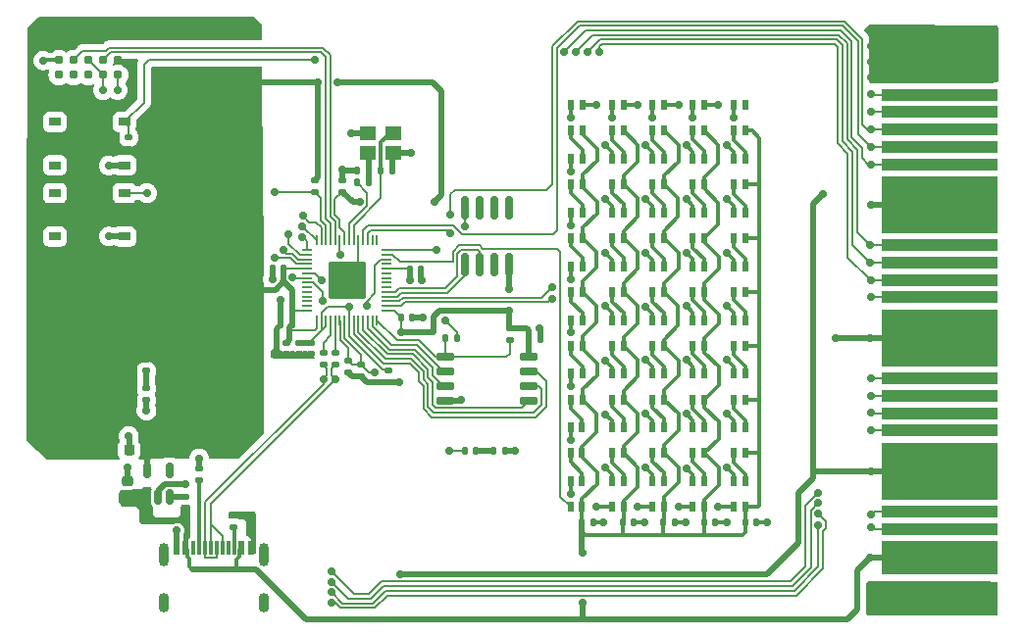
<source format=gbr>
%TF.GenerationSoftware,KiCad,Pcbnew,(6.0.5)*%
%TF.CreationDate,2022-06-06T22:05:02-07:00*%
%TF.ProjectId,diva-card,64697661-2d63-4617-9264-2e6b69636164,rev?*%
%TF.SameCoordinates,Original*%
%TF.FileFunction,Copper,L1,Top*%
%TF.FilePolarity,Positive*%
%FSLAX46Y46*%
G04 Gerber Fmt 4.6, Leading zero omitted, Abs format (unit mm)*
G04 Created by KiCad (PCBNEW (6.0.5)) date 2022-06-06 22:05:02*
%MOMM*%
%LPD*%
G01*
G04 APERTURE LIST*
G04 Aperture macros list*
%AMRoundRect*
0 Rectangle with rounded corners*
0 $1 Rounding radius*
0 $2 $3 $4 $5 $6 $7 $8 $9 X,Y pos of 4 corners*
0 Add a 4 corners polygon primitive as box body*
4,1,4,$2,$3,$4,$5,$6,$7,$8,$9,$2,$3,0*
0 Add four circle primitives for the rounded corners*
1,1,$1+$1,$2,$3*
1,1,$1+$1,$4,$5*
1,1,$1+$1,$6,$7*
1,1,$1+$1,$8,$9*
0 Add four rect primitives between the rounded corners*
20,1,$1+$1,$2,$3,$4,$5,0*
20,1,$1+$1,$4,$5,$6,$7,0*
20,1,$1+$1,$6,$7,$8,$9,0*
20,1,$1+$1,$8,$9,$2,$3,0*%
G04 Aperture macros list end*
%TA.AperFunction,SMDPad,CuDef*%
%ADD10R,0.609600X0.914400*%
%TD*%
%TA.AperFunction,SMDPad,CuDef*%
%ADD11RoundRect,0.135000X0.135000X0.185000X-0.135000X0.185000X-0.135000X-0.185000X0.135000X-0.185000X0*%
%TD*%
%TA.AperFunction,SMDPad,CuDef*%
%ADD12RoundRect,0.225000X0.225000X0.250000X-0.225000X0.250000X-0.225000X-0.250000X0.225000X-0.250000X0*%
%TD*%
%TA.AperFunction,SMDPad,CuDef*%
%ADD13RoundRect,0.140000X-0.170000X0.140000X-0.170000X-0.140000X0.170000X-0.140000X0.170000X0.140000X0*%
%TD*%
%TA.AperFunction,ConnectorPad*%
%ADD14R,10.000000X5.000000*%
%TD*%
%TA.AperFunction,ConnectorPad*%
%ADD15R,10.000000X1.000000*%
%TD*%
%TA.AperFunction,ConnectorPad*%
%ADD16R,10.000000X3.000000*%
%TD*%
%TA.AperFunction,SMDPad,CuDef*%
%ADD17RoundRect,0.140000X-0.140000X-0.170000X0.140000X-0.170000X0.140000X0.170000X-0.140000X0.170000X0*%
%TD*%
%TA.AperFunction,SMDPad,CuDef*%
%ADD18RoundRect,0.135000X0.185000X-0.135000X0.185000X0.135000X-0.185000X0.135000X-0.185000X-0.135000X0*%
%TD*%
%TA.AperFunction,SMDPad,CuDef*%
%ADD19RoundRect,0.140000X0.140000X0.170000X-0.140000X0.170000X-0.140000X-0.170000X0.140000X-0.170000X0*%
%TD*%
%TA.AperFunction,SMDPad,CuDef*%
%ADD20RoundRect,0.140000X0.170000X-0.140000X0.170000X0.140000X-0.170000X0.140000X-0.170000X-0.140000X0*%
%TD*%
%TA.AperFunction,SMDPad,CuDef*%
%ADD21RoundRect,0.150000X0.150000X-0.512500X0.150000X0.512500X-0.150000X0.512500X-0.150000X-0.512500X0*%
%TD*%
%TA.AperFunction,SMDPad,CuDef*%
%ADD22RoundRect,0.147500X0.147500X0.172500X-0.147500X0.172500X-0.147500X-0.172500X0.147500X-0.172500X0*%
%TD*%
%TA.AperFunction,SMDPad,CuDef*%
%ADD23RoundRect,0.150000X-0.650000X-0.150000X0.650000X-0.150000X0.650000X0.150000X-0.650000X0.150000X0*%
%TD*%
%TA.AperFunction,SMDPad,CuDef*%
%ADD24RoundRect,0.135000X-0.185000X0.135000X-0.185000X-0.135000X0.185000X-0.135000X0.185000X0.135000X0*%
%TD*%
%TA.AperFunction,SMDPad,CuDef*%
%ADD25R,0.600000X1.160000*%
%TD*%
%TA.AperFunction,SMDPad,CuDef*%
%ADD26R,0.300000X1.160000*%
%TD*%
%TA.AperFunction,ComponentPad*%
%ADD27O,0.900000X1.700000*%
%TD*%
%TA.AperFunction,ComponentPad*%
%ADD28O,0.900000X2.000000*%
%TD*%
%TA.AperFunction,SMDPad,CuDef*%
%ADD29RoundRect,0.147500X0.172500X-0.147500X0.172500X0.147500X-0.172500X0.147500X-0.172500X-0.147500X0*%
%TD*%
%TA.AperFunction,SMDPad,CuDef*%
%ADD30R,1.000000X0.750000*%
%TD*%
%TA.AperFunction,SMDPad,CuDef*%
%ADD31RoundRect,0.150000X-0.150000X0.825000X-0.150000X-0.825000X0.150000X-0.825000X0.150000X0.825000X0*%
%TD*%
%TA.AperFunction,SMDPad,CuDef*%
%ADD32RoundRect,0.225000X0.250000X-0.225000X0.250000X0.225000X-0.250000X0.225000X-0.250000X-0.225000X0*%
%TD*%
%TA.AperFunction,SMDPad,CuDef*%
%ADD33RoundRect,0.050000X0.387500X0.050000X-0.387500X0.050000X-0.387500X-0.050000X0.387500X-0.050000X0*%
%TD*%
%TA.AperFunction,SMDPad,CuDef*%
%ADD34RoundRect,0.050000X0.050000X0.387500X-0.050000X0.387500X-0.050000X-0.387500X0.050000X-0.387500X0*%
%TD*%
%TA.AperFunction,ComponentPad*%
%ADD35C,0.600000*%
%TD*%
%TA.AperFunction,SMDPad,CuDef*%
%ADD36RoundRect,0.144000X1.456000X1.456000X-1.456000X1.456000X-1.456000X-1.456000X1.456000X-1.456000X0*%
%TD*%
%TA.AperFunction,SMDPad,CuDef*%
%ADD37R,1.400000X1.200000*%
%TD*%
%TA.AperFunction,ConnectorPad*%
%ADD38C,0.787400*%
%TD*%
%TA.AperFunction,SMDPad,CuDef*%
%ADD39RoundRect,0.135000X-0.135000X-0.185000X0.135000X-0.185000X0.135000X0.185000X-0.135000X0.185000X0*%
%TD*%
%TA.AperFunction,ViaPad*%
%ADD40C,0.700000*%
%TD*%
%TA.AperFunction,Conductor*%
%ADD41C,0.500000*%
%TD*%
%TA.AperFunction,Conductor*%
%ADD42C,0.300000*%
%TD*%
%TA.AperFunction,Conductor*%
%ADD43C,0.200000*%
%TD*%
G04 APERTURE END LIST*
D10*
%TO.P,L33,1,DO*%
%TO.N,Net-(L33-Pad1)*%
X126462999Y-101263100D03*
%TO.P,L33,2,GND*%
%TO.N,GND*%
X125463001Y-101263100D03*
%TO.P,L33,3,DI*%
%TO.N,Net-(L32-Pad1)*%
X125463001Y-103472900D03*
%TO.P,L33,4,VDD*%
%TO.N,+5V*%
X126462999Y-103472900D03*
%TD*%
D11*
%TO.P,R5,1*%
%TO.N,/peripherals/~{USB_BOOT}*%
X101635000Y-88925000D03*
%TO.P,R5,2*%
%TO.N,/microcontroller/~{QSPI_CS}*%
X100615000Y-88925000D03*
%TD*%
D12*
%TO.P,C2,1*%
%TO.N,+3V3*%
X74841400Y-98532000D03*
%TO.P,C2,2*%
%TO.N,GND*%
X73291400Y-98532000D03*
%TD*%
D10*
%TO.P,L34,1,DO*%
%TO.N,Net-(L34-Pad1)*%
X126462999Y-96620242D03*
%TO.P,L34,2,GND*%
%TO.N,GND*%
X125463001Y-96620242D03*
%TO.P,L34,3,DI*%
%TO.N,Net-(L33-Pad1)*%
X125463001Y-98830042D03*
%TO.P,L34,4,VDD*%
%TO.N,+5V*%
X126462999Y-98830042D03*
%TD*%
D13*
%TO.P,C10,1*%
%TO.N,+1V1*%
X88983600Y-89282400D03*
%TO.P,C10,2*%
%TO.N,GND*%
X88983600Y-90242400D03*
%TD*%
D10*
%TO.P,L36,1,DO*%
%TO.N,Net-(L36-Pad1)*%
X126462999Y-87334528D03*
%TO.P,L36,2,GND*%
%TO.N,GND*%
X125463001Y-87334528D03*
%TO.P,L36,3,DI*%
%TO.N,Net-(L35-Pad1)*%
X125463001Y-89544328D03*
%TO.P,L36,4,VDD*%
%TO.N,+5V*%
X126462999Y-89544328D03*
%TD*%
%TO.P,L6,1,DO*%
%TO.N,Net-(L6-Pad1)*%
X112462998Y-78048814D03*
%TO.P,L6,2,GND*%
%TO.N,GND*%
X111463000Y-78048814D03*
%TO.P,L6,3,DI*%
%TO.N,Net-(L5-Pad1)*%
X111463000Y-80258614D03*
%TO.P,L6,4,VDD*%
%TO.N,+5V*%
X112462998Y-80258614D03*
%TD*%
%TO.P,L12,1,DO*%
%TO.N,Net-(L12-Pad1)*%
X115962999Y-87334528D03*
%TO.P,L12,2,GND*%
%TO.N,GND*%
X114963001Y-87334528D03*
%TO.P,L12,3,DI*%
%TO.N,Net-(L11-Pad1)*%
X114963001Y-89544328D03*
%TO.P,L12,4,VDD*%
%TO.N,+5V*%
X115962999Y-89544328D03*
%TD*%
%TO.P,L10,1,DO*%
%TO.N,Net-(L10-Pad1)*%
X115962999Y-96620242D03*
%TO.P,L10,2,GND*%
%TO.N,GND*%
X114963001Y-96620242D03*
%TO.P,L10,3,DI*%
%TO.N,Net-(L10-Pad3)*%
X114963001Y-98830042D03*
%TO.P,L10,4,VDD*%
%TO.N,+5V*%
X115962999Y-98830042D03*
%TD*%
%TO.P,L20,1,DO*%
%TO.N,Net-(L20-Pad1)*%
X119462999Y-87334528D03*
%TO.P,L20,2,GND*%
%TO.N,GND*%
X118463001Y-87334528D03*
%TO.P,L20,3,DI*%
%TO.N,Net-(L19-Pad1)*%
X118463001Y-89544328D03*
%TO.P,L20,4,VDD*%
%TO.N,+5V*%
X119462999Y-89544328D03*
%TD*%
D14*
%TO.P,J3,1,Pin_1*%
%TO.N,GND*%
X143280000Y-64370000D03*
D15*
%TO.P,J3,3,Pin_3*%
%TO.N,/connectors/USER_IO_0*%
X143280000Y-67870000D03*
%TO.P,J3,5,Pin_5*%
%TO.N,/connectors/USER_IO_1*%
X143280000Y-69370000D03*
%TO.P,J3,7,Pin_7*%
%TO.N,/connectors/USER_IO_2*%
X143280000Y-70870000D03*
%TO.P,J3,9,Pin_9*%
%TO.N,/connectors/USER_IO_3*%
X143280000Y-72370000D03*
%TO.P,J3,11,Pin_11*%
%TO.N,/connectors/USER_IO_4*%
X143280000Y-73870000D03*
D14*
%TO.P,J3,13,Pin_13*%
%TO.N,+3V3*%
X143280000Y-77370000D03*
D15*
%TO.P,J3,15,Pin_15*%
%TO.N,/connectors/USER_IO_5*%
X143280000Y-80870000D03*
%TO.P,J3,17,Pin_17*%
%TO.N,/connectors/USER_IO_6*%
X143280000Y-82370000D03*
%TO.P,J3,19,Pin_19*%
%TO.N,/connectors/USER_IO_7*%
X143280000Y-83870000D03*
%TO.P,J3,21,Pin_21*%
%TO.N,/connectors/USER_IO_8*%
X143280000Y-85370000D03*
D14*
%TO.P,J3,23,Pin_23*%
%TO.N,GND*%
X143280000Y-88870000D03*
D15*
%TO.P,J3,25,Pin_25*%
%TO.N,/connectors/USER_IO_9*%
X143280000Y-92370000D03*
%TO.P,J3,27,Pin_27*%
%TO.N,/connectors/USER_IO_10*%
X143280000Y-93870000D03*
%TO.P,J3,29,Pin_29*%
%TO.N,/connectors/USER_IO_11*%
X143280000Y-95370000D03*
%TO.P,J3,31,Pin_31*%
%TO.N,/connectors/USER_IO_12*%
X143280000Y-96870000D03*
D14*
%TO.P,J3,33,Pin_33*%
%TO.N,+3V3*%
X143280000Y-100370000D03*
D15*
%TO.P,J3,35,Pin_35*%
%TO.N,/connectors/USB_D+*%
X143280000Y-103870000D03*
%TO.P,J3,37,Pin_37*%
%TO.N,/connectors/USB_D-*%
X143280000Y-105370000D03*
D16*
%TO.P,J3,39,Pin_39*%
%TO.N,+5V*%
X143280000Y-107870000D03*
%TO.P,J3,41,Pin_41*%
%TO.N,GND*%
X143280000Y-111370000D03*
%TD*%
D10*
%TO.P,L17,1,DO*%
%TO.N,Net-(L17-Pad1)*%
X119462999Y-101263100D03*
%TO.P,L17,2,GND*%
%TO.N,GND*%
X118463001Y-101263100D03*
%TO.P,L17,3,DI*%
%TO.N,Net-(L16-Pad1)*%
X118463001Y-103472900D03*
%TO.P,L17,4,VDD*%
%TO.N,+5V*%
X119462999Y-103472900D03*
%TD*%
D17*
%TO.P,C6,1*%
%TO.N,+5V*%
X122948000Y-104768000D03*
%TO.P,C6,2*%
%TO.N,GND*%
X123908000Y-104768000D03*
%TD*%
D10*
%TO.P,L15,1,DO*%
%TO.N,Net-(L15-Pad1)*%
X115962999Y-73405957D03*
%TO.P,L15,2,GND*%
%TO.N,GND*%
X114963001Y-73405957D03*
%TO.P,L15,3,DI*%
%TO.N,Net-(L14-Pad1)*%
X114963001Y-75615757D03*
%TO.P,L15,4,VDD*%
%TO.N,+5V*%
X115962999Y-75615757D03*
%TD*%
%TO.P,L4,1,DO*%
%TO.N,Net-(L4-Pad1)*%
X112462998Y-87334528D03*
%TO.P,L4,2,GND*%
%TO.N,GND*%
X111463000Y-87334528D03*
%TO.P,L4,3,DI*%
%TO.N,Net-(L3-Pad1)*%
X111463000Y-89544328D03*
%TO.P,L4,4,VDD*%
%TO.N,+5V*%
X112462998Y-89544328D03*
%TD*%
D11*
%TO.P,R10,1*%
%TO.N,Net-(C22-Pad2)*%
X93960000Y-75420000D03*
%TO.P,R10,2*%
%TO.N,/microcontroller/XOUT*%
X92940000Y-75420000D03*
%TD*%
D10*
%TO.P,L31,1,DO*%
%TO.N,Net-(L31-Pad1)*%
X122962999Y-73405957D03*
%TO.P,L31,2,GND*%
%TO.N,GND*%
X121963001Y-73405957D03*
%TO.P,L31,3,DI*%
%TO.N,Net-(L30-Pad1)*%
X121963001Y-75615757D03*
%TO.P,L31,4,VDD*%
%TO.N,+5V*%
X122962999Y-75615757D03*
%TD*%
D13*
%TO.P,C19,1*%
%TO.N,+1V1*%
X87950000Y-89270000D03*
%TO.P,C19,2*%
%TO.N,GND*%
X87950000Y-90230000D03*
%TD*%
D10*
%TO.P,L25,1,DO*%
%TO.N,Net-(L25-Pad1)*%
X122962999Y-101263100D03*
%TO.P,L25,2,GND*%
%TO.N,GND*%
X121963001Y-101263100D03*
%TO.P,L25,3,DI*%
%TO.N,Net-(L24-Pad1)*%
X121963001Y-103472900D03*
%TO.P,L25,4,VDD*%
%TO.N,+5V*%
X122962999Y-103472900D03*
%TD*%
D17*
%TO.P,C7,1*%
%TO.N,+5V*%
X126463000Y-104768000D03*
%TO.P,C7,2*%
%TO.N,GND*%
X127423000Y-104768000D03*
%TD*%
%TO.P,C22,1*%
%TO.N,GND*%
X92990000Y-74374400D03*
%TO.P,C22,2*%
%TO.N,Net-(C22-Pad2)*%
X93950000Y-74374400D03*
%TD*%
D18*
%TO.P,R2,1*%
%TO.N,+3V3*%
X73275000Y-72585000D03*
%TO.P,R2,2*%
%TO.N,/~{USER_SW0}*%
X73275000Y-71565000D03*
%TD*%
D10*
%TO.P,L24,1,DO*%
%TO.N,Net-(L24-Pad1)*%
X119462999Y-68763100D03*
%TO.P,L24,2,GND*%
%TO.N,GND*%
X118463001Y-68763100D03*
%TO.P,L24,3,DI*%
%TO.N,Net-(L23-Pad1)*%
X118463001Y-70972900D03*
%TO.P,L24,4,VDD*%
%TO.N,+5V*%
X119462999Y-70972900D03*
%TD*%
%TO.P,L9,1,DO*%
%TO.N,Net-(L10-Pad3)*%
X115962999Y-101263100D03*
%TO.P,L9,2,GND*%
%TO.N,GND*%
X114963001Y-101263100D03*
%TO.P,L9,3,DI*%
%TO.N,Net-(L8-Pad1)*%
X114963001Y-103472900D03*
%TO.P,L9,4,VDD*%
%TO.N,+5V*%
X115962999Y-103472900D03*
%TD*%
%TO.P,L3,1,DO*%
%TO.N,Net-(L3-Pad1)*%
X112462998Y-91977385D03*
%TO.P,L3,2,GND*%
%TO.N,GND*%
X111463000Y-91977385D03*
%TO.P,L3,3,DI*%
%TO.N,Net-(L2-Pad1)*%
X111463000Y-94187185D03*
%TO.P,L3,4,VDD*%
%TO.N,+5V*%
X112462998Y-94187185D03*
%TD*%
D17*
%TO.P,C16,1*%
%TO.N,+3V3*%
X96770000Y-87110000D03*
%TO.P,C16,2*%
%TO.N,GND*%
X97730000Y-87110000D03*
%TD*%
D19*
%TO.P,C13,1*%
%TO.N,+3V3*%
X86655000Y-82900000D03*
%TO.P,C13,2*%
%TO.N,GND*%
X85695000Y-82900000D03*
%TD*%
D20*
%TO.P,C14,1*%
%TO.N,+3V3*%
X91700000Y-76230000D03*
%TO.P,C14,2*%
%TO.N,GND*%
X91700000Y-75270000D03*
%TD*%
D10*
%TO.P,L39,1,DO*%
%TO.N,Net-(L39-Pad1)*%
X126462999Y-73405957D03*
%TO.P,L39,2,GND*%
%TO.N,GND*%
X125463001Y-73405957D03*
%TO.P,L39,3,DI*%
%TO.N,Net-(L38-Pad1)*%
X125463001Y-75615757D03*
%TO.P,L39,4,VDD*%
%TO.N,+5V*%
X126462999Y-75615757D03*
%TD*%
%TO.P,L27,1,DO*%
%TO.N,Net-(L27-Pad1)*%
X122962999Y-91977385D03*
%TO.P,L27,2,GND*%
%TO.N,GND*%
X121963001Y-91977385D03*
%TO.P,L27,3,DI*%
%TO.N,Net-(L26-Pad1)*%
X121963001Y-94187185D03*
%TO.P,L27,4,VDD*%
%TO.N,+5V*%
X122962999Y-94187185D03*
%TD*%
%TO.P,L1,1,DO*%
%TO.N,Net-(L1-Pad1)*%
X112399974Y-101263100D03*
%TO.P,L1,2,GND*%
%TO.N,GND*%
X111399976Y-101263100D03*
%TO.P,L1,3,DI*%
%TO.N,/LED_DI*%
X111399976Y-103472900D03*
%TO.P,L1,4,VDD*%
%TO.N,+5V*%
X112399974Y-103472900D03*
%TD*%
D21*
%TO.P,U1,1,VIN*%
%TO.N,+5V*%
X74874400Y-102619500D03*
%TO.P,U1,2,GND*%
%TO.N,GND*%
X75824400Y-102619500D03*
%TO.P,U1,3,EN*%
%TO.N,Net-(R1-Pad2)*%
X76774400Y-102619500D03*
%TO.P,U1,4,NC*%
%TO.N,unconnected-(U1-Pad4)*%
X76774400Y-100344500D03*
%TO.P,U1,5,VOUT*%
%TO.N,+3V3*%
X74874400Y-100344500D03*
%TD*%
D10*
%TO.P,L40,1,DO*%
%TO.N,unconnected-(L40-Pad1)*%
X126462999Y-68763100D03*
%TO.P,L40,2,GND*%
%TO.N,GND*%
X125463001Y-68763100D03*
%TO.P,L40,3,DI*%
%TO.N,Net-(L39-Pad1)*%
X125463001Y-70972900D03*
%TO.P,L40,4,VDD*%
%TO.N,+5V*%
X126462999Y-70972900D03*
%TD*%
%TO.P,L30,1,DO*%
%TO.N,Net-(L30-Pad1)*%
X122962999Y-78048814D03*
%TO.P,L30,2,GND*%
%TO.N,GND*%
X121963001Y-78048814D03*
%TO.P,L30,3,DI*%
%TO.N,Net-(L29-Pad1)*%
X121963001Y-80258614D03*
%TO.P,L30,4,VDD*%
%TO.N,+5V*%
X122962999Y-80258614D03*
%TD*%
D17*
%TO.P,C3,1*%
%TO.N,+5V*%
X112403000Y-104768000D03*
%TO.P,C3,2*%
%TO.N,GND*%
X113363000Y-104768000D03*
%TD*%
D10*
%TO.P,L13,1,DO*%
%TO.N,Net-(L13-Pad1)*%
X115962999Y-82691671D03*
%TO.P,L13,2,GND*%
%TO.N,GND*%
X114963001Y-82691671D03*
%TO.P,L13,3,DI*%
%TO.N,Net-(L12-Pad1)*%
X114963001Y-84901471D03*
%TO.P,L13,4,VDD*%
%TO.N,+5V*%
X115962999Y-84901471D03*
%TD*%
D22*
%TO.P,D1,1,K*%
%TO.N,Net-(D1-Pad1)*%
X103250000Y-98600000D03*
%TO.P,D1,2,A*%
%TO.N,/USER_LED*%
X102280000Y-98600000D03*
%TD*%
D10*
%TO.P,L38,1,DO*%
%TO.N,Net-(L38-Pad1)*%
X126462999Y-78048814D03*
%TO.P,L38,2,GND*%
%TO.N,GND*%
X125463001Y-78048814D03*
%TO.P,L38,3,DI*%
%TO.N,Net-(L37-Pad1)*%
X125463001Y-80258614D03*
%TO.P,L38,4,VDD*%
%TO.N,+5V*%
X126462999Y-80258614D03*
%TD*%
%TO.P,L18,1,DO*%
%TO.N,Net-(L18-Pad1)*%
X119462999Y-96620242D03*
%TO.P,L18,2,GND*%
%TO.N,GND*%
X118463001Y-96620242D03*
%TO.P,L18,3,DI*%
%TO.N,Net-(L17-Pad1)*%
X118463001Y-98830042D03*
%TO.P,L18,4,VDD*%
%TO.N,+5V*%
X119462999Y-98830042D03*
%TD*%
%TO.P,L8,1,DO*%
%TO.N,Net-(L8-Pad1)*%
X112462998Y-68763100D03*
%TO.P,L8,2,GND*%
%TO.N,GND*%
X111463000Y-68763100D03*
%TO.P,L8,3,DI*%
%TO.N,Net-(L7-Pad1)*%
X111463000Y-70972900D03*
%TO.P,L8,4,VDD*%
%TO.N,+5V*%
X112462998Y-70972900D03*
%TD*%
D23*
%TO.P,U3,1,~{CS}*%
%TO.N,/microcontroller/~{QSPI_CS}*%
X100610000Y-90495000D03*
%TO.P,U3,2,DO(IO1)*%
%TO.N,/microcontroller/QSPI_SIO1*%
X100610000Y-91765000D03*
%TO.P,U3,3,IO2*%
%TO.N,/microcontroller/QSPI_SIO2*%
X100610000Y-93035000D03*
%TO.P,U3,4,GND*%
%TO.N,GND*%
X100610000Y-94305000D03*
%TO.P,U3,5,DI(IO0)*%
%TO.N,/microcontroller/QSPI_SIO0*%
X107810000Y-94305000D03*
%TO.P,U3,6,CLK*%
%TO.N,/microcontroller/QSPI_SCLK*%
X107810000Y-93035000D03*
%TO.P,U3,7,IO3*%
%TO.N,/microcontroller/QSPI_SIO3*%
X107810000Y-91765000D03*
%TO.P,U3,8,VCC*%
%TO.N,+3V3*%
X107810000Y-90495000D03*
%TD*%
D24*
%TO.P,R7,1*%
%TO.N,/microcontroller/USB_DP*%
X91100000Y-90160000D03*
%TO.P,R7,2*%
%TO.N,/connectors/USB_D+*%
X91100000Y-91180000D03*
%TD*%
D25*
%TO.P,J2,A1,GND*%
%TO.N,GND*%
X77400000Y-107015000D03*
%TO.P,J2,A4,VBUS*%
%TO.N,+5V*%
X78200000Y-107015000D03*
D26*
%TO.P,J2,A5,CC1*%
%TO.N,Net-(J2-PadA5)*%
X79350000Y-107015000D03*
%TO.P,J2,A6,D+*%
%TO.N,/connectors/USB_D+*%
X80350000Y-107015000D03*
%TO.P,J2,A7,D-*%
%TO.N,/connectors/USB_D-*%
X80850000Y-107015000D03*
%TO.P,J2,A8,SBU1*%
%TO.N,unconnected-(J2-PadA8)*%
X81850000Y-107015000D03*
D25*
%TO.P,J2,A9,VBUS*%
%TO.N,+5V*%
X83000000Y-107015000D03*
%TO.P,J2,A12,GND*%
%TO.N,GND*%
X83800000Y-107015000D03*
%TO.P,J2,B1,GND*%
X83800000Y-107015000D03*
%TO.P,J2,B4,VBUS*%
%TO.N,+5V*%
X83000000Y-107015000D03*
D26*
%TO.P,J2,B5,CC2*%
%TO.N,Net-(J2-PadB5)*%
X82350000Y-107015000D03*
%TO.P,J2,B6,D+*%
%TO.N,/connectors/USB_D+*%
X81350000Y-107015000D03*
%TO.P,J2,B7,D-*%
%TO.N,/connectors/USB_D-*%
X79850000Y-107015000D03*
%TO.P,J2,B8,SBU2*%
%TO.N,unconnected-(J2-PadB8)*%
X78850000Y-107015000D03*
D25*
%TO.P,J2,B9,VBUS*%
%TO.N,+5V*%
X78200000Y-107015000D03*
%TO.P,J2,B12,GND*%
%TO.N,GND*%
X77400000Y-107015000D03*
D27*
%TO.P,J2,S1,SHIELD*%
X76280000Y-111765000D03*
X84920000Y-111765000D03*
D28*
X84920000Y-107595000D03*
X76280000Y-107595000D03*
%TD*%
D10*
%TO.P,L11,1,DO*%
%TO.N,Net-(L11-Pad1)*%
X115962999Y-91977385D03*
%TO.P,L11,2,GND*%
%TO.N,GND*%
X114963001Y-91977385D03*
%TO.P,L11,3,DI*%
%TO.N,Net-(L10-Pad1)*%
X114963001Y-94187185D03*
%TO.P,L11,4,VDD*%
%TO.N,+5V*%
X115962999Y-94187185D03*
%TD*%
D17*
%TO.P,C4,1*%
%TO.N,+5V*%
X115918000Y-104768000D03*
%TO.P,C4,2*%
%TO.N,GND*%
X116878000Y-104768000D03*
%TD*%
D29*
%TO.P,D2,1,K*%
%TO.N,Net-(D2-Pad1)*%
X74800000Y-91720000D03*
%TO.P,D2,2,A*%
%TO.N,+3V3*%
X74800000Y-90750000D03*
%TD*%
D30*
%TO.P,SW1,1,1*%
%TO.N,/~{USER_SW0}*%
X72900000Y-70200000D03*
%TO.P,SW1,2,2*%
%TO.N,GND*%
X72900000Y-73950000D03*
%TO.P,SW1,3*%
%TO.N,N/C*%
X66900000Y-70200000D03*
%TO.P,SW1,4*%
X66900000Y-73950000D03*
%TD*%
D31*
%TO.P,U2,1*%
%TO.N,N/C*%
X106115000Y-77605000D03*
%TO.P,U2,2*%
X104845000Y-77605000D03*
%TO.P,U2,3*%
X103575000Y-77605000D03*
%TO.P,U2,4,GND*%
%TO.N,GND*%
X102305000Y-77605000D03*
%TO.P,U2,5,SDA*%
%TO.N,/I2C0_SDA*%
X102305000Y-82555000D03*
%TO.P,U2,6,SCL*%
%TO.N,/I2C0_SCL*%
X103575000Y-82555000D03*
%TO.P,U2,7*%
%TO.N,N/C*%
X104845000Y-82555000D03*
%TO.P,U2,8,VCC*%
%TO.N,+3V3*%
X106115000Y-82555000D03*
%TD*%
D32*
%TO.P,C1,1*%
%TO.N,+5V*%
X73124400Y-102807000D03*
%TO.P,C1,2*%
%TO.N,GND*%
X73124400Y-101257000D03*
%TD*%
D19*
%TO.P,C21,1*%
%TO.N,GND*%
X96004000Y-74374400D03*
%TO.P,C21,2*%
%TO.N,/microcontroller/XIN*%
X95044000Y-74374400D03*
%TD*%
D10*
%TO.P,L32,1,DO*%
%TO.N,Net-(L32-Pad1)*%
X122962999Y-68763100D03*
%TO.P,L32,2,GND*%
%TO.N,GND*%
X121963001Y-68763100D03*
%TO.P,L32,3,DI*%
%TO.N,Net-(L31-Pad1)*%
X121963001Y-70972900D03*
%TO.P,L32,4,VDD*%
%TO.N,+5V*%
X122962999Y-70972900D03*
%TD*%
%TO.P,L29,1,DO*%
%TO.N,Net-(L29-Pad1)*%
X122962999Y-82691671D03*
%TO.P,L29,2,GND*%
%TO.N,GND*%
X121963001Y-82691671D03*
%TO.P,L29,3,DI*%
%TO.N,Net-(L28-Pad1)*%
X121963001Y-84901471D03*
%TO.P,L29,4,VDD*%
%TO.N,+5V*%
X122962999Y-84901471D03*
%TD*%
D33*
%TO.P,U4,1,IOVDD*%
%TO.N,+3V3*%
X95530000Y-86490000D03*
%TO.P,U4,2,GPIO0*%
%TO.N,/connectors/USER_IO_0*%
X95530000Y-86090000D03*
%TO.P,U4,3,GPIO1*%
%TO.N,/connectors/USER_IO_1*%
X95530000Y-85690000D03*
%TO.P,U4,4,GPIO2*%
%TO.N,/I2C0_SDA*%
X95530000Y-85290000D03*
%TO.P,U4,5,GPIO3*%
%TO.N,/I2C0_SCL*%
X95530000Y-84890000D03*
%TO.P,U4,6,GPIO4*%
%TO.N,/microcontroller/GPIO_04*%
X95530000Y-84490000D03*
%TO.P,U4,7,GPIO5*%
%TO.N,/microcontroller/GPIO_05*%
X95530000Y-84090000D03*
%TO.P,U4,8,GPIO6*%
%TO.N,/microcontroller/GPIO_06*%
X95530000Y-83690000D03*
%TO.P,U4,9,GPIO7*%
%TO.N,/microcontroller/GPIO_07*%
X95530000Y-83290000D03*
%TO.P,U4,10,IOVDD*%
%TO.N,+3V3*%
X95530000Y-82890000D03*
%TO.P,U4,11,GPIO8*%
%TO.N,/microcontroller/GPIO_08*%
X95530000Y-82490000D03*
%TO.P,U4,12,GPIO9*%
%TO.N,/USER_LED*%
X95530000Y-82090000D03*
%TO.P,U4,13,GPIO10*%
%TO.N,/LED_DI*%
X95530000Y-81690000D03*
%TO.P,U4,14,GPIO11*%
%TO.N,/~{USER_SW0}*%
X95530000Y-81290000D03*
D34*
%TO.P,U4,15,GPIO12*%
%TO.N,/microcontroller/GPIO_12*%
X94692500Y-80452500D03*
%TO.P,U4,16,GPIO13*%
%TO.N,/microcontroller/GPIO_13*%
X94292500Y-80452500D03*
%TO.P,U4,17,GPIO14*%
%TO.N,/connectors/USER_IO_2*%
X93892500Y-80452500D03*
%TO.P,U4,18,GPIO15*%
%TO.N,/connectors/USER_IO_3*%
X93492500Y-80452500D03*
%TO.P,U4,19,TESTEN*%
%TO.N,GND*%
X93092500Y-80452500D03*
%TO.P,U4,20,XIN*%
%TO.N,/microcontroller/XIN*%
X92692500Y-80452500D03*
%TO.P,U4,21,XOUT*%
%TO.N,/microcontroller/XOUT*%
X92292500Y-80452500D03*
%TO.P,U4,22,IOVDD*%
%TO.N,+3V3*%
X91892500Y-80452500D03*
%TO.P,U4,23,DVDD*%
%TO.N,+1V1*%
X91492500Y-80452500D03*
%TO.P,U4,24,SWCLK*%
%TO.N,/connectors/SWDCLK*%
X91092500Y-80452500D03*
%TO.P,U4,25,SWD*%
%TO.N,/connectors/SWDIO*%
X90692500Y-80452500D03*
%TO.P,U4,26,RUN*%
%TO.N,/connectors/~{RESET}*%
X90292500Y-80452500D03*
%TO.P,U4,27,GPIO16*%
%TO.N,/connectors/USER_IO_4*%
X89892500Y-80452500D03*
%TO.P,U4,28,GPIO17*%
%TO.N,/connectors/USER_IO_5*%
X89492500Y-80452500D03*
D33*
%TO.P,U4,29,GPIO18*%
%TO.N,/connectors/USER_IO_6*%
X88655000Y-81290000D03*
%TO.P,U4,30,GPIO19*%
%TO.N,/connectors/USER_IO_7*%
X88655000Y-81690000D03*
%TO.P,U4,31,GPIO20*%
%TO.N,/connectors/USER_IO_8*%
X88655000Y-82090000D03*
%TO.P,U4,32,GPIO21*%
%TO.N,/connectors/USER_IO_9*%
X88655000Y-82490000D03*
%TO.P,U4,33,IOVDD*%
%TO.N,+3V3*%
X88655000Y-82890000D03*
%TO.P,U4,34,GPIO22*%
%TO.N,/connectors/USER_IO_10*%
X88655000Y-83290000D03*
%TO.P,U4,35,GPIO23*%
%TO.N,/connectors/USER_IO_11*%
X88655000Y-83690000D03*
%TO.P,U4,36,GPIO24*%
%TO.N,/connectors/USER_IO_12*%
X88655000Y-84090000D03*
%TO.P,U4,37,GPIO25*%
%TO.N,/microcontroller/GPIO_25*%
X88655000Y-84490000D03*
%TO.P,U4,38,GPIO26_ADC0*%
%TO.N,/microcontroller/GPIO_26_ADC_0*%
X88655000Y-84890000D03*
%TO.P,U4,39,GPIO27_ADC1*%
%TO.N,/microcontroller/GPIO_27_ADC_1*%
X88655000Y-85290000D03*
%TO.P,U4,40,GPIO28_ADC2*%
%TO.N,/microcontroller/GPIO_28_ADC_2*%
X88655000Y-85690000D03*
%TO.P,U4,41,GPIO29_ADC3*%
%TO.N,/microcontroller/GPIO_29_ADC_3*%
X88655000Y-86090000D03*
%TO.P,U4,42,IOVDD*%
%TO.N,+3V3*%
X88655000Y-86490000D03*
D34*
%TO.P,U4,43,ADC_AVDD*%
X89492500Y-87327500D03*
%TO.P,U4,44,VREG_IN*%
%TO.N,+1V1*%
X89892500Y-87327500D03*
%TO.P,U4,45,VREG_VOUT*%
X90292500Y-87327500D03*
%TO.P,U4,46,USB_DM*%
%TO.N,/microcontroller/USB_DM*%
X90692500Y-87327500D03*
%TO.P,U4,47,USB_DP*%
%TO.N,/microcontroller/USB_DP*%
X91092500Y-87327500D03*
%TO.P,U4,48,USB_VDD*%
%TO.N,+3V3*%
X91492500Y-87327500D03*
%TO.P,U4,49,IOVDD*%
X91892500Y-87327500D03*
%TO.P,U4,50,DVDD*%
%TO.N,+1V1*%
X92292500Y-87327500D03*
%TO.P,U4,51,QSPI_SD3*%
%TO.N,/microcontroller/QSPI_SIO3*%
X92692500Y-87327500D03*
%TO.P,U4,52,QSPI_SCLK*%
%TO.N,/microcontroller/QSPI_SCLK*%
X93092500Y-87327500D03*
%TO.P,U4,53,QSPI_SD0*%
%TO.N,/microcontroller/QSPI_SIO0*%
X93492500Y-87327500D03*
%TO.P,U4,54,QSPI_SD2*%
%TO.N,/microcontroller/QSPI_SIO2*%
X93892500Y-87327500D03*
%TO.P,U4,55,QSPI_SD1*%
%TO.N,/microcontroller/QSPI_SIO1*%
X94292500Y-87327500D03*
%TO.P,U4,56,QSPI_SS*%
%TO.N,/microcontroller/~{QSPI_CS}*%
X94692500Y-87327500D03*
D35*
%TO.P,U4,57,GND*%
%TO.N,GND*%
X90817500Y-83890000D03*
X92092500Y-82615000D03*
X93367500Y-82615000D03*
X93367500Y-85165000D03*
X92092500Y-83890000D03*
D36*
X92092500Y-83890000D03*
D35*
X93367500Y-83890000D03*
X90817500Y-85165000D03*
X92092500Y-85165000D03*
X90817500Y-82615000D03*
%TD*%
D19*
%TO.P,C20,1*%
%TO.N,+3V3*%
X87355000Y-87700000D03*
%TO.P,C20,2*%
%TO.N,GND*%
X86395000Y-87700000D03*
%TD*%
D10*
%TO.P,L21,1,DO*%
%TO.N,Net-(L21-Pad1)*%
X119462999Y-82691671D03*
%TO.P,L21,2,GND*%
%TO.N,GND*%
X118463001Y-82691671D03*
%TO.P,L21,3,DI*%
%TO.N,Net-(L20-Pad1)*%
X118463001Y-84901471D03*
%TO.P,L21,4,VDD*%
%TO.N,+5V*%
X119462999Y-84901471D03*
%TD*%
D37*
%TO.P,Y1,1,1*%
%TO.N,Net-(C22-Pad2)*%
X93916000Y-72887600D03*
%TO.P,Y1,2,2*%
%TO.N,GND*%
X96116000Y-72887600D03*
%TO.P,Y1,3,3*%
%TO.N,/microcontroller/XIN*%
X96116000Y-71187600D03*
%TO.P,Y1,4,4*%
%TO.N,GND*%
X93916000Y-71187600D03*
%TD*%
D24*
%TO.P,R8,1*%
%TO.N,/microcontroller/USB_DM*%
X90058600Y-90160000D03*
%TO.P,R8,2*%
%TO.N,/connectors/USB_D-*%
X90058600Y-91180000D03*
%TD*%
D18*
%TO.P,R11,1*%
%TO.N,Net-(J2-PadA5)*%
X79349600Y-101193600D03*
%TO.P,R11,2*%
%TO.N,GND*%
X79349600Y-100173600D03*
%TD*%
D10*
%TO.P,L16,1,DO*%
%TO.N,Net-(L16-Pad1)*%
X115962999Y-68763100D03*
%TO.P,L16,2,GND*%
%TO.N,GND*%
X114963001Y-68763100D03*
%TO.P,L16,3,DI*%
%TO.N,Net-(L15-Pad1)*%
X114963001Y-70972900D03*
%TO.P,L16,4,VDD*%
%TO.N,+5V*%
X115962999Y-70972900D03*
%TD*%
D13*
%TO.P,C17,1*%
%TO.N,+3V3*%
X92220000Y-90860000D03*
%TO.P,C17,2*%
%TO.N,GND*%
X92220000Y-91820000D03*
%TD*%
D38*
%TO.P,J1,1,Pin_1*%
%TO.N,+3V3*%
X72325659Y-64880000D03*
%TO.P,J1,2,Pin_2*%
%TO.N,/connectors/SWDIO*%
X71055659Y-64880000D03*
%TO.P,J1,3,Pin_3*%
%TO.N,GND*%
X69785659Y-64880000D03*
%TO.P,J1,4,Pin_4*%
%TO.N,/connectors/SWDCLK*%
X68515659Y-64880000D03*
%TO.P,J1,5,Pin_5*%
%TO.N,GND*%
X67245659Y-64880000D03*
%TO.P,J1,6,Pin_6*%
%TO.N,unconnected-(J1-Pad6)*%
X67245659Y-66150000D03*
%TO.P,J1,7,Pin_7*%
%TO.N,unconnected-(J1-Pad7)*%
X68515659Y-66150000D03*
%TO.P,J1,8,Pin_8*%
%TO.N,unconnected-(J1-Pad8)*%
X69785659Y-66150000D03*
%TO.P,J1,9,Pin_9*%
%TO.N,GND*%
X71055659Y-66150000D03*
%TO.P,J1,10,Pin_10*%
%TO.N,/connectors/~{RESET}*%
X72325659Y-66150000D03*
%TD*%
D30*
%TO.P,SW2,1,1*%
%TO.N,/peripherals/~{USB_BOOT}*%
X72900000Y-76350000D03*
%TO.P,SW2,2,2*%
%TO.N,GND*%
X72900000Y-80100000D03*
%TO.P,SW2,3*%
%TO.N,N/C*%
X66900000Y-76350000D03*
%TO.P,SW2,4*%
X66900000Y-80100000D03*
%TD*%
D13*
%TO.P,C11,1*%
%TO.N,+3V3*%
X93330000Y-91190000D03*
%TO.P,C11,2*%
%TO.N,GND*%
X93330000Y-92150000D03*
%TD*%
D10*
%TO.P,L23,1,DO*%
%TO.N,Net-(L23-Pad1)*%
X119462999Y-73405957D03*
%TO.P,L23,2,GND*%
%TO.N,GND*%
X118463001Y-73405957D03*
%TO.P,L23,3,DI*%
%TO.N,Net-(L22-Pad1)*%
X118463001Y-75615757D03*
%TO.P,L23,4,VDD*%
%TO.N,+5V*%
X119462999Y-75615757D03*
%TD*%
D24*
%TO.P,R9,1*%
%TO.N,+3V3*%
X89325000Y-75265000D03*
%TO.P,R9,2*%
%TO.N,/connectors/~{RESET}*%
X89325000Y-76285000D03*
%TD*%
D17*
%TO.P,C8,1*%
%TO.N,+3V3*%
X107810000Y-88980000D03*
%TO.P,C8,2*%
%TO.N,GND*%
X108770000Y-88980000D03*
%TD*%
D10*
%TO.P,L35,1,DO*%
%TO.N,Net-(L35-Pad1)*%
X126462999Y-91977385D03*
%TO.P,L35,2,GND*%
%TO.N,GND*%
X125463001Y-91977385D03*
%TO.P,L35,3,DI*%
%TO.N,Net-(L34-Pad1)*%
X125463001Y-94187185D03*
%TO.P,L35,4,VDD*%
%TO.N,+5V*%
X126462999Y-94187185D03*
%TD*%
%TO.P,L14,1,DO*%
%TO.N,Net-(L14-Pad1)*%
X115962999Y-78048814D03*
%TO.P,L14,2,GND*%
%TO.N,GND*%
X114963001Y-78048814D03*
%TO.P,L14,3,DI*%
%TO.N,Net-(L13-Pad1)*%
X114963001Y-80258614D03*
%TO.P,L14,4,VDD*%
%TO.N,+5V*%
X115962999Y-80258614D03*
%TD*%
%TO.P,L7,1,DO*%
%TO.N,Net-(L7-Pad1)*%
X112462998Y-73405957D03*
%TO.P,L7,2,GND*%
%TO.N,GND*%
X111463000Y-73405957D03*
%TO.P,L7,3,DI*%
%TO.N,Net-(L6-Pad1)*%
X111463000Y-75615757D03*
%TO.P,L7,4,VDD*%
%TO.N,+5V*%
X112462998Y-75615757D03*
%TD*%
D13*
%TO.P,C9,1*%
%TO.N,+1V1*%
X95650000Y-91720000D03*
%TO.P,C9,2*%
%TO.N,GND*%
X95650000Y-92680000D03*
%TD*%
D24*
%TO.P,R3,1*%
%TO.N,+3V3*%
X106150000Y-88010000D03*
%TO.P,R3,2*%
%TO.N,/microcontroller/~{QSPI_CS}*%
X106150000Y-89030000D03*
%TD*%
%TO.P,R6,1*%
%TO.N,Net-(D2-Pad1)*%
X74800000Y-93235000D03*
%TO.P,R6,2*%
%TO.N,GND*%
X74800000Y-94255000D03*
%TD*%
D10*
%TO.P,L19,1,DO*%
%TO.N,Net-(L19-Pad1)*%
X119462999Y-91977385D03*
%TO.P,L19,2,GND*%
%TO.N,GND*%
X118463001Y-91977385D03*
%TO.P,L19,3,DI*%
%TO.N,Net-(L18-Pad1)*%
X118463001Y-94187185D03*
%TO.P,L19,4,VDD*%
%TO.N,+5V*%
X119462999Y-94187185D03*
%TD*%
D19*
%TO.P,C12,1*%
%TO.N,+3V3*%
X87363600Y-86512400D03*
%TO.P,C12,2*%
%TO.N,GND*%
X86403600Y-86512400D03*
%TD*%
D10*
%TO.P,L28,1,DO*%
%TO.N,Net-(L28-Pad1)*%
X122962999Y-87334528D03*
%TO.P,L28,2,GND*%
%TO.N,GND*%
X121963001Y-87334528D03*
%TO.P,L28,3,DI*%
%TO.N,Net-(L27-Pad1)*%
X121963001Y-89544328D03*
%TO.P,L28,4,VDD*%
%TO.N,+5V*%
X122962999Y-89544328D03*
%TD*%
%TO.P,L26,1,DO*%
%TO.N,Net-(L26-Pad1)*%
X122962999Y-96620242D03*
%TO.P,L26,2,GND*%
%TO.N,GND*%
X121963001Y-96620242D03*
%TO.P,L26,3,DI*%
%TO.N,Net-(L25-Pad1)*%
X121963001Y-98830042D03*
%TO.P,L26,4,VDD*%
%TO.N,+5V*%
X122962999Y-98830042D03*
%TD*%
D39*
%TO.P,R4,1*%
%TO.N,Net-(D1-Pad1)*%
X104721200Y-98600000D03*
%TO.P,R4,2*%
%TO.N,GND*%
X105741200Y-98600000D03*
%TD*%
D10*
%TO.P,L37,1,DO*%
%TO.N,Net-(L37-Pad1)*%
X126462999Y-82691671D03*
%TO.P,L37,2,GND*%
%TO.N,GND*%
X125463001Y-82691671D03*
%TO.P,L37,3,DI*%
%TO.N,Net-(L36-Pad1)*%
X125463001Y-84901471D03*
%TO.P,L37,4,VDD*%
%TO.N,+5V*%
X126462999Y-84901471D03*
%TD*%
D17*
%TO.P,C15,1*%
%TO.N,+3V3*%
X97550000Y-82940000D03*
%TO.P,C15,2*%
%TO.N,GND*%
X98510000Y-82940000D03*
%TD*%
%TO.P,C5,1*%
%TO.N,+5V*%
X119433000Y-104768000D03*
%TO.P,C5,2*%
%TO.N,GND*%
X120393000Y-104768000D03*
%TD*%
D10*
%TO.P,L5,1,DO*%
%TO.N,Net-(L5-Pad1)*%
X112462998Y-82691671D03*
%TO.P,L5,2,GND*%
%TO.N,GND*%
X111463000Y-82691671D03*
%TO.P,L5,3,DI*%
%TO.N,Net-(L4-Pad1)*%
X111463000Y-84901471D03*
%TO.P,L5,4,VDD*%
%TO.N,+5V*%
X112462998Y-84901471D03*
%TD*%
D18*
%TO.P,R1,1*%
%TO.N,+5V*%
X78130400Y-103634000D03*
%TO.P,R1,2*%
%TO.N,Net-(R1-Pad2)*%
X78130400Y-102614000D03*
%TD*%
D13*
%TO.P,C18,1*%
%TO.N,+3V3*%
X86890000Y-89270000D03*
%TO.P,C18,2*%
%TO.N,GND*%
X86890000Y-90230000D03*
%TD*%
D10*
%TO.P,L2,1,DO*%
%TO.N,Net-(L2-Pad1)*%
X112399974Y-96620242D03*
%TO.P,L2,2,GND*%
%TO.N,GND*%
X111399976Y-96620242D03*
%TO.P,L2,3,DI*%
%TO.N,Net-(L1-Pad1)*%
X111399976Y-98830042D03*
%TO.P,L2,4,VDD*%
%TO.N,+5V*%
X112399974Y-98830042D03*
%TD*%
D18*
%TO.P,R12,1*%
%TO.N,Net-(J2-PadB5)*%
X82346800Y-105259600D03*
%TO.P,R12,2*%
%TO.N,GND*%
X82346800Y-104239600D03*
%TD*%
D10*
%TO.P,L22,1,DO*%
%TO.N,Net-(L22-Pad1)*%
X119462999Y-78048814D03*
%TO.P,L22,2,GND*%
%TO.N,GND*%
X118463001Y-78048814D03*
%TO.P,L22,3,DI*%
%TO.N,Net-(L21-Pad1)*%
X118463001Y-80258614D03*
%TO.P,L22,4,VDD*%
%TO.N,+5V*%
X119462999Y-80258614D03*
%TD*%
D40*
%TO.N,GND*%
X79350000Y-99270000D03*
X97590000Y-72870000D03*
X71055659Y-67462600D03*
X92475000Y-71200000D03*
X114372859Y-86093545D03*
X117863000Y-81518000D03*
X121412500Y-90768000D03*
X117863000Y-86168000D03*
X85675000Y-83800000D03*
X111463000Y-69868000D03*
X114201000Y-104782000D03*
X74800000Y-95145000D03*
X98630000Y-87120000D03*
X71550000Y-80100000D03*
X124872859Y-72193545D03*
X137300000Y-112050000D03*
X125463000Y-69868000D03*
X111413000Y-97718000D03*
X137300000Y-65018000D03*
X114363000Y-76868000D03*
X106631200Y-98600000D03*
X117872859Y-72193545D03*
X71550000Y-73970000D03*
X124913000Y-100068000D03*
X98600000Y-83880011D03*
X111463000Y-83768000D03*
X102330000Y-79230980D03*
X86000000Y-90250000D03*
X124863000Y-86068000D03*
X124863000Y-90768000D03*
X65908059Y-64900600D03*
X114363000Y-81518000D03*
X128338000Y-104793000D03*
X114413000Y-95468000D03*
X121412500Y-72218000D03*
X111463000Y-74518000D03*
X117863000Y-100068000D03*
X121313000Y-104782000D03*
X117863000Y-95418000D03*
X124869000Y-104782000D03*
X117757000Y-104782000D03*
X114363000Y-90818000D03*
X117863000Y-90768000D03*
X137270000Y-88870000D03*
X117863000Y-76868000D03*
X77419200Y-105511600D03*
X137300000Y-110678400D03*
X101925000Y-94260500D03*
X73275000Y-97350000D03*
X137300000Y-63646400D03*
X118463000Y-69868000D03*
X73125000Y-100100000D03*
X91700000Y-74360000D03*
X86400000Y-85600000D03*
X108760000Y-88050000D03*
X121963000Y-69868000D03*
X121412500Y-76868000D03*
X134250000Y-88850000D03*
X111413000Y-102368000D03*
X121412500Y-81518000D03*
X111463000Y-93068000D03*
X124863000Y-81518000D03*
X114963000Y-69868000D03*
X124863000Y-95418000D03*
X114363000Y-100068000D03*
X96575000Y-92675000D03*
X111463000Y-79168000D03*
X124863000Y-76868000D03*
X83769200Y-104343200D03*
X121412500Y-86118000D03*
X137300000Y-66389600D03*
X137300000Y-62274800D03*
X111463000Y-88418000D03*
X121412500Y-100118000D03*
X78150000Y-101500000D03*
X114363000Y-72218000D03*
X121412500Y-95418000D03*
%TO.N,+3V3*%
X137345000Y-100370000D03*
X89600020Y-66775000D03*
X82150000Y-98575000D03*
X96800000Y-88350000D03*
X94485461Y-91874705D03*
X93200000Y-77150000D03*
X99650000Y-77150000D03*
X91298539Y-66770000D03*
X97550000Y-83925000D03*
X96675000Y-109276940D03*
X106100000Y-86477570D03*
X137300000Y-77350000D03*
X133150000Y-76475000D03*
X106100000Y-84679050D03*
%TO.N,+1V1*%
X91500000Y-81650000D03*
X92294697Y-86200011D03*
%TO.N,/connectors/~{RESET}*%
X72325000Y-67450000D03*
X85850000Y-76275000D03*
%TO.N,/connectors/USB_D+*%
X137300000Y-104150000D03*
X91104300Y-92440107D03*
%TO.N,/connectors/USB_D-*%
X90054300Y-92440107D03*
X137300000Y-105200000D03*
%TO.N,/connectors/USER_IO_0*%
X109800500Y-85500000D03*
X137300000Y-67800000D03*
%TO.N,/connectors/USER_IO_1*%
X137299019Y-69303308D03*
X109800500Y-84500497D03*
%TO.N,/connectors/USER_IO_2*%
X101033114Y-79841886D03*
X137305000Y-70870000D03*
X101050000Y-78250000D03*
%TO.N,/connectors/USER_IO_3*%
X137300000Y-72370000D03*
%TO.N,/connectors/USER_IO_4*%
X110876888Y-64125000D03*
X137300000Y-73875000D03*
X88281509Y-78326230D03*
%TO.N,/connectors/USER_IO_5*%
X137249500Y-80805701D03*
X88257983Y-79225425D03*
X111892925Y-64125000D03*
%TO.N,/connectors/USER_IO_6*%
X88247315Y-80132794D03*
X137270000Y-82370000D03*
X112908962Y-64125000D03*
%TO.N,/connectors/USER_IO_7*%
X113925000Y-64125000D03*
X87085239Y-79889761D03*
X137300000Y-83900000D03*
%TO.N,Net-(L8-Pad1)*%
X113663000Y-68768000D03*
X113663000Y-103468000D03*
%TO.N,Net-(L16-Pad1)*%
X117163000Y-103468000D03*
X117163000Y-68768000D03*
%TO.N,Net-(L24-Pad1)*%
X120713000Y-103468000D03*
X120713000Y-68768000D03*
%TO.N,Net-(L32-Pad1)*%
X124163000Y-103468000D03*
X124163000Y-68768000D03*
%TO.N,/peripherals/~{USB_BOOT}*%
X100600000Y-87350000D03*
X74850000Y-76350000D03*
%TO.N,/connectors/USER_IO_8*%
X90731392Y-109040526D03*
X132800000Y-102249280D03*
X137300000Y-85350000D03*
X86600000Y-81275020D03*
%TO.N,/connectors/USER_IO_9*%
X132800000Y-103148783D03*
X137300000Y-92400000D03*
X90731514Y-109958936D03*
X85893232Y-81981762D03*
%TO.N,/~{USER_SW0}*%
X99860000Y-81290000D03*
X89325000Y-64836289D03*
%TO.N,/connectors/USER_IO_10*%
X137300000Y-93850000D03*
X89943000Y-83900718D03*
X132800000Y-104048286D03*
X90739920Y-111760076D03*
%TO.N,/connectors/USER_IO_11*%
X90756469Y-110858092D03*
X137300000Y-95350000D03*
X132800000Y-105047789D03*
X87400000Y-83675000D03*
%TO.N,/connectors/USER_IO_12*%
X137300000Y-96850000D03*
X89999500Y-85675000D03*
%TO.N,/USER_LED*%
X100950000Y-98600000D03*
X93800000Y-86125000D03*
%TO.N,+5V*%
X112425000Y-107450000D03*
X112450000Y-111774500D03*
X137280000Y-107870000D03*
%TD*%
D41*
%TO.N,GND*%
X92487400Y-71187600D02*
X93916000Y-71187600D01*
X92475000Y-71200000D02*
X92487400Y-71187600D01*
X97730000Y-87110000D02*
X98620000Y-87110000D01*
D42*
X120393000Y-104768000D02*
X121299000Y-104768000D01*
X128313000Y-104768000D02*
X128338000Y-104793000D01*
X114963001Y-87334528D02*
X114963001Y-86683687D01*
X118463001Y-77468001D02*
X117863000Y-76868000D01*
X125463001Y-82691671D02*
X125463001Y-82118001D01*
D43*
X71055659Y-66150000D02*
X71055659Y-67462600D01*
D42*
X111463000Y-82691671D02*
X111463000Y-83768000D01*
X114963001Y-91977385D02*
X114963001Y-91418001D01*
D41*
X98510000Y-82940000D02*
X98510000Y-83790011D01*
D42*
X114963001Y-82691671D02*
X114963001Y-82118001D01*
X121963001Y-82691671D02*
X121963001Y-82068501D01*
X121963001Y-82068501D02*
X121412500Y-81518000D01*
X121963001Y-72768501D02*
X121412500Y-72218000D01*
D41*
X98510000Y-83790011D02*
X98600000Y-83880011D01*
D42*
X121963001Y-86668501D02*
X121412500Y-86118000D01*
X121963001Y-73405957D02*
X121963001Y-72768501D01*
X111463000Y-78048814D02*
X111463000Y-79168000D01*
D41*
X92550000Y-92150000D02*
X92220000Y-91820000D01*
X92961200Y-74374400D02*
X91714400Y-74374400D01*
X86020000Y-90230000D02*
X86000000Y-90250000D01*
X76383551Y-101500000D02*
X75824400Y-102059151D01*
X97572400Y-72887600D02*
X97590000Y-72870000D01*
D42*
X125463001Y-100618001D02*
X124913000Y-100068000D01*
X125463001Y-82118001D02*
X124863000Y-81518000D01*
X111399976Y-101263100D02*
X111399976Y-102354976D01*
X125463001Y-78048814D02*
X125463001Y-77468001D01*
D41*
X91714400Y-74374400D02*
X91700000Y-74360000D01*
D42*
X125463001Y-68763100D02*
X125463000Y-69868000D01*
X114963001Y-91418001D02*
X114363000Y-90818000D01*
D41*
X72900000Y-73950000D02*
X71570000Y-73950000D01*
X98620000Y-87110000D02*
X98630000Y-87120000D01*
X71570000Y-73950000D02*
X71550000Y-73970000D01*
D42*
X118463001Y-82691671D02*
X118463001Y-82118001D01*
D41*
X77400000Y-105530800D02*
X77419200Y-105511600D01*
D43*
X93092500Y-80452500D02*
X93092500Y-82340000D01*
D42*
X127423000Y-104768000D02*
X128313000Y-104768000D01*
D41*
X101880500Y-94305000D02*
X100610000Y-94305000D01*
D42*
X111399976Y-96620242D02*
X111399976Y-97704976D01*
X114187000Y-104768000D02*
X114201000Y-104782000D01*
D41*
X143280000Y-88870000D02*
X137270000Y-88870000D01*
D42*
X118463001Y-87334528D02*
X118463001Y-86768001D01*
X114963001Y-77468001D02*
X114363000Y-76868000D01*
X114963001Y-82118001D02*
X114363000Y-81518000D01*
D43*
X93092500Y-82340000D02*
X93367500Y-82615000D01*
D42*
X118463001Y-96018001D02*
X117863000Y-95418000D01*
X114963001Y-78048814D02*
X114963001Y-77468001D01*
X111463000Y-87334528D02*
X111463000Y-88418000D01*
D41*
X96004000Y-72999600D02*
X96116000Y-72887600D01*
X96004000Y-74374400D02*
X96004000Y-72999600D01*
D42*
X114963001Y-72818001D02*
X114363000Y-72218000D01*
D41*
X86403600Y-87691400D02*
X86395000Y-87700000D01*
D42*
X125463001Y-72783687D02*
X124872859Y-72193545D01*
D41*
X72900000Y-80100000D02*
X71550000Y-80100000D01*
X73124400Y-100100600D02*
X73125000Y-100100000D01*
D42*
X117743000Y-104768000D02*
X117757000Y-104782000D01*
X114963001Y-100668001D02*
X114363000Y-100068000D01*
X116878000Y-104768000D02*
X117743000Y-104768000D01*
X111463000Y-73405957D02*
X111463000Y-74518000D01*
X114963001Y-96620242D02*
X114963001Y-96018001D01*
X125463001Y-91977385D02*
X125463001Y-91368001D01*
X111463000Y-91977385D02*
X111463000Y-93068000D01*
D41*
X86000000Y-90250000D02*
X86000000Y-88095000D01*
X108770000Y-88060000D02*
X108760000Y-88050000D01*
D42*
X121963001Y-77418501D02*
X121412500Y-76868000D01*
D41*
X78150000Y-101500000D02*
X76383551Y-101500000D01*
D42*
X118463001Y-91977385D02*
X118463001Y-91368001D01*
X114963001Y-101263100D02*
X114963001Y-100668001D01*
D41*
X79349600Y-99270400D02*
X79350000Y-99270000D01*
D42*
X121963001Y-87334528D02*
X121963001Y-86668501D01*
X118463001Y-101263100D02*
X118463001Y-100668001D01*
X121963001Y-95968501D02*
X121412500Y-95418000D01*
X121963001Y-68763100D02*
X121963000Y-69868000D01*
X114963001Y-96018001D02*
X114413000Y-95468000D01*
X121963001Y-101263100D02*
X121963001Y-100668501D01*
D41*
X96574216Y-92674216D02*
X93854216Y-92674216D01*
D42*
X118463001Y-100668001D02*
X117863000Y-100068000D01*
X121963001Y-96620242D02*
X121963001Y-95968501D01*
X125463001Y-96018001D02*
X124863000Y-95418000D01*
D41*
X73291400Y-97366400D02*
X73275000Y-97350000D01*
D42*
X125463001Y-73405957D02*
X125463001Y-72783687D01*
D41*
X91700000Y-75270000D02*
X91700000Y-74360000D01*
D42*
X118463001Y-96620242D02*
X118463001Y-96018001D01*
D43*
X102305000Y-79205980D02*
X102330000Y-79230980D01*
D42*
X113363000Y-104768000D02*
X114187000Y-104768000D01*
X124855000Y-104768000D02*
X124869000Y-104782000D01*
D41*
X96575000Y-92675000D02*
X96574216Y-92674216D01*
D42*
X118463001Y-68763100D02*
X118463000Y-69868000D01*
D41*
X74800000Y-94255000D02*
X74800000Y-95145000D01*
X101925000Y-94260500D02*
X101880500Y-94305000D01*
X108770000Y-88980000D02*
X108770000Y-88060000D01*
D42*
X125463001Y-101263100D02*
X125463001Y-100618001D01*
D43*
X69785659Y-64880000D02*
X71055659Y-66150000D01*
D41*
X73291400Y-98532000D02*
X73291400Y-97366400D01*
D42*
X118463001Y-82118001D02*
X117863000Y-81518000D01*
X114963001Y-73405957D02*
X114963001Y-72818001D01*
D41*
X86403600Y-86512400D02*
X86403600Y-87691400D01*
D42*
X121299000Y-104768000D02*
X121313000Y-104782000D01*
D41*
X79349600Y-100173600D02*
X79349600Y-99270400D01*
D42*
X123908000Y-104768000D02*
X124855000Y-104768000D01*
X118463001Y-86768001D02*
X117863000Y-86168000D01*
X121963001Y-91318501D02*
X121412500Y-90768000D01*
X118463001Y-78048814D02*
X118463001Y-77468001D01*
X121963001Y-91977385D02*
X121963001Y-91318501D01*
X121963001Y-78048814D02*
X121963001Y-77418501D01*
X114963001Y-86683687D02*
X114372859Y-86093545D01*
X118463001Y-73405957D02*
X118463001Y-72783687D01*
X118463001Y-91368001D02*
X117863000Y-90768000D01*
X125463001Y-91368001D02*
X124863000Y-90768000D01*
D41*
X137270000Y-88870000D02*
X134270000Y-88870000D01*
D42*
X125463001Y-96620242D02*
X125463001Y-96018001D01*
D41*
X77400000Y-107015000D02*
X77400000Y-105530800D01*
X75824400Y-102059151D02*
X75824400Y-102619500D01*
D42*
X121963001Y-100668501D02*
X121412500Y-100118000D01*
X125463001Y-87334528D02*
X125463001Y-86668001D01*
D41*
X105741200Y-98600000D02*
X106631200Y-98600000D01*
X134270000Y-88870000D02*
X134250000Y-88850000D01*
X86403600Y-86512400D02*
X86403600Y-85603600D01*
X73124400Y-101257000D02*
X73124400Y-100100600D01*
D42*
X125463001Y-77468001D02*
X124863000Y-76868000D01*
D41*
X85695000Y-82900000D02*
X85695000Y-83780000D01*
X93854216Y-92674216D02*
X93330000Y-92150000D01*
D42*
X65928659Y-64880000D02*
X65908059Y-64900600D01*
X125463001Y-86668001D02*
X124863000Y-86068000D01*
X118463001Y-72783687D02*
X117872859Y-72193545D01*
X111399976Y-97704976D02*
X111413000Y-97718000D01*
X114963001Y-68763100D02*
X114963000Y-69868000D01*
D41*
X86000000Y-88095000D02*
X86395000Y-87700000D01*
X96116000Y-72887600D02*
X97572400Y-72887600D01*
X93330000Y-92150000D02*
X92550000Y-92150000D01*
D43*
X102305000Y-77605000D02*
X102305000Y-79205980D01*
D42*
X111463000Y-68763100D02*
X111463000Y-69868000D01*
D41*
X85695000Y-83780000D02*
X85675000Y-83800000D01*
X86403600Y-85603600D02*
X86400000Y-85600000D01*
D42*
X111399976Y-102354976D02*
X111413000Y-102368000D01*
X67245659Y-64880000D02*
X65928659Y-64880000D01*
D41*
%TO.N,+3V3*%
X89610000Y-66784980D02*
X89610000Y-74980000D01*
X74874400Y-100344500D02*
X74874400Y-98565000D01*
D43*
X91496600Y-87331600D02*
X91492500Y-87327500D01*
X91048560Y-78198560D02*
X91048560Y-76881440D01*
D41*
X131100000Y-106550000D02*
X131100000Y-102275000D01*
D43*
X91496600Y-89026600D02*
X91496600Y-87331600D01*
D41*
X128375000Y-109275000D02*
X131100000Y-106550000D01*
X99550000Y-88350000D02*
X96800000Y-88350000D01*
X85905680Y-84700000D02*
X86600489Y-84005191D01*
X87124520Y-87930480D02*
X87355000Y-87700000D01*
X86600489Y-84005191D02*
X86600489Y-84006169D01*
D43*
X91492020Y-78642020D02*
X91048560Y-78198560D01*
D41*
X86600489Y-84005191D02*
X86600489Y-82954511D01*
D43*
X93340000Y-91180000D02*
X93330000Y-91190000D01*
D41*
X99475000Y-66775000D02*
X100275000Y-67575000D01*
D43*
X92550000Y-91190000D02*
X92220000Y-90860000D01*
X86665000Y-82890000D02*
X86655000Y-82900000D01*
D41*
X107820000Y-88200000D02*
X107820000Y-88970000D01*
D43*
X96770000Y-87110000D02*
X96770000Y-88320000D01*
X91892500Y-80452500D02*
X91892500Y-79757506D01*
X88655000Y-82890000D02*
X86665000Y-82890000D01*
X94485461Y-91874705D02*
X94014705Y-91874705D01*
D41*
X87363600Y-86512400D02*
X87363600Y-87691400D01*
D43*
X91892500Y-87327500D02*
X91892500Y-88862500D01*
D41*
X96675000Y-109276940D02*
X96676940Y-109275000D01*
D43*
X92220000Y-89750000D02*
X92220000Y-90860000D01*
X88659100Y-86494400D02*
X87381600Y-86494400D01*
D41*
X87363600Y-87691400D02*
X87355000Y-87700000D01*
X132350000Y-77275000D02*
X133150000Y-76475000D01*
X89600020Y-66775000D02*
X89575020Y-66750000D01*
X86600489Y-82954511D02*
X86655000Y-82900000D01*
X100122430Y-86477570D02*
X99550000Y-87050000D01*
X106100000Y-87910000D02*
X106100000Y-86477570D01*
X107630000Y-88010000D02*
X107820000Y-88200000D01*
X87363600Y-84769280D02*
X87363600Y-86512400D01*
D43*
X89352754Y-88200000D02*
X87124520Y-88200000D01*
D41*
X137345000Y-100370000D02*
X143280000Y-100370000D01*
X137320000Y-77370000D02*
X143280000Y-77370000D01*
X86600489Y-84006169D02*
X87363600Y-84769280D01*
D43*
X95530000Y-86490000D02*
X96150000Y-86490000D01*
D41*
X93200000Y-77150000D02*
X92620000Y-77150000D01*
D43*
X94014705Y-91874705D02*
X93330000Y-91190000D01*
D41*
X107810000Y-88980000D02*
X107810000Y-90495000D01*
D43*
X91496600Y-89026600D02*
X92220000Y-89750000D01*
D41*
X131100000Y-102275000D02*
X132350000Y-101025000D01*
D43*
X95530000Y-82890000D02*
X97500000Y-82890000D01*
X93340000Y-90310000D02*
X93340000Y-91180000D01*
X89492980Y-88059774D02*
X89352754Y-88200000D01*
D41*
X100275000Y-67575000D02*
X100275000Y-76525000D01*
D43*
X91048560Y-76881440D02*
X91700000Y-76230000D01*
D41*
X132350000Y-101025000D02*
X132350000Y-77275000D01*
X92620000Y-77150000D02*
X91700000Y-76230000D01*
X87124520Y-89035480D02*
X87124520Y-88650480D01*
D43*
X89492980Y-87327980D02*
X89492980Y-88059774D01*
X91892500Y-88862500D02*
X93340000Y-90310000D01*
D41*
X89575020Y-66750000D02*
X84125000Y-66750000D01*
D43*
X91892500Y-79757506D02*
X91492020Y-79357026D01*
X91492020Y-79357026D02*
X91492020Y-78642020D01*
X93330000Y-91190000D02*
X92550000Y-91190000D01*
D41*
X91303539Y-66775000D02*
X99475000Y-66775000D01*
D43*
X89492500Y-87327500D02*
X89492980Y-87327980D01*
D41*
X87124520Y-88650480D02*
X87124520Y-87930480D01*
X96676940Y-109275000D02*
X128375000Y-109275000D01*
X82925000Y-84700000D02*
X85905680Y-84700000D01*
X100275000Y-76525000D02*
X99650000Y-77150000D01*
X91298539Y-66770000D02*
X91303539Y-66775000D01*
X106200000Y-88010000D02*
X107630000Y-88010000D01*
D43*
X96150000Y-86490000D02*
X96770000Y-87110000D01*
D41*
X137345000Y-100370000D02*
X132350000Y-100370000D01*
D43*
X96770000Y-88320000D02*
X96800000Y-88350000D01*
D41*
X106100000Y-84679050D02*
X106100000Y-82570000D01*
X99550000Y-87050000D02*
X99550000Y-88350000D01*
X137300000Y-77350000D02*
X137320000Y-77370000D01*
X86890000Y-89270000D02*
X87124520Y-89035480D01*
X89610000Y-74980000D02*
X89325000Y-75265000D01*
X89600020Y-66775000D02*
X89610000Y-66784980D01*
X106100000Y-86477570D02*
X100122430Y-86477570D01*
X107820000Y-88970000D02*
X107810000Y-88980000D01*
X74874400Y-98565000D02*
X74841400Y-98532000D01*
X97550000Y-83925000D02*
X97550000Y-82940000D01*
D43*
%TO.N,/microcontroller/USB_DP*%
X91096119Y-90156119D02*
X91100000Y-90160000D01*
X91096119Y-88434313D02*
X91096119Y-90156119D01*
X91092500Y-87327500D02*
X91092500Y-88430694D01*
X91092500Y-88430694D02*
X91096119Y-88434313D01*
%TO.N,+1V1*%
X92294697Y-86200011D02*
X90393037Y-86200011D01*
X90292500Y-87327500D02*
X90292500Y-87832500D01*
X95209976Y-91610000D02*
X95600000Y-91610000D01*
X92292500Y-88692524D02*
X95209976Y-91610000D01*
X89892500Y-87327500D02*
X89896600Y-87331600D01*
X92292980Y-86201728D02*
X92292980Y-86900000D01*
D41*
X87950000Y-89270000D02*
X88971200Y-89270000D01*
D43*
X91492500Y-80452500D02*
X91492500Y-81642500D01*
X89892500Y-86700548D02*
X89892500Y-87327500D01*
X90393037Y-86200011D02*
X89892500Y-86700548D01*
X89896600Y-87331600D02*
X89896600Y-88228400D01*
X91492500Y-81642500D02*
X91500000Y-81650000D01*
X88983600Y-89141400D02*
X88983600Y-89282400D01*
X92292500Y-87327500D02*
X92292500Y-88692524D01*
X89896600Y-88228400D02*
X88983600Y-89141400D01*
X92294697Y-86200011D02*
X92292980Y-86201728D01*
X90292500Y-87832500D02*
X89896600Y-88228400D01*
%TO.N,/microcontroller/XIN*%
X92692980Y-79140574D02*
X95044000Y-76789554D01*
X92692980Y-80452020D02*
X92692980Y-79140574D01*
D42*
X95044000Y-71960578D02*
X95816978Y-71187600D01*
D43*
X92692500Y-80452500D02*
X92692980Y-80452020D01*
X95044000Y-76789554D02*
X95044000Y-74374400D01*
D42*
X95044000Y-74374400D02*
X95044000Y-71960578D01*
X95816978Y-71187600D02*
X96116000Y-71187600D01*
D41*
%TO.N,Net-(C22-Pad2)*%
X93970000Y-73610000D02*
X93970000Y-72941600D01*
X93970000Y-72941600D02*
X93916000Y-72887600D01*
X93960000Y-73620000D02*
X93970000Y-73610000D01*
X93960000Y-75420000D02*
X93960000Y-73620000D01*
%TO.N,Net-(D1-Pad1)*%
X103250000Y-98600000D02*
X104721200Y-98600000D01*
%TO.N,Net-(D2-Pad1)*%
X74800000Y-93235000D02*
X74800000Y-91720000D01*
D43*
%TO.N,/connectors/SWDIO*%
X71055659Y-64880000D02*
X71748870Y-64186789D01*
X90249521Y-78529533D02*
X90692500Y-78972512D01*
X90249520Y-64614526D02*
X90249521Y-78529533D01*
X71748870Y-64186789D02*
X89821783Y-64186789D01*
X90692500Y-78972512D02*
X90692500Y-80452500D01*
X89821783Y-64186789D02*
X90249520Y-64614526D01*
%TO.N,/connectors/SWDCLK*%
X71583384Y-63787269D02*
X89987269Y-63787269D01*
X91092500Y-78807506D02*
X91092500Y-80452500D01*
X71270653Y-64100000D02*
X71583384Y-63787269D01*
X90649040Y-78364046D02*
X91092500Y-78807506D01*
X69295659Y-64100000D02*
X71270653Y-64100000D01*
X89987269Y-63787269D02*
X90649039Y-64449039D01*
X68515659Y-64880000D02*
X69295659Y-64100000D01*
X90649039Y-64449039D02*
X90649040Y-78364046D01*
%TO.N,/connectors/~{RESET}*%
X90292500Y-80452500D02*
X90292500Y-79137518D01*
X85850000Y-76275000D02*
X85860000Y-76285000D01*
X89850000Y-76810000D02*
X89325000Y-76285000D01*
X89850001Y-78695019D02*
X89850000Y-76810000D01*
X72325000Y-66150659D02*
X72325659Y-66150000D01*
X90292500Y-79137518D02*
X89850001Y-78695019D01*
X85860000Y-76285000D02*
X89325000Y-76285000D01*
X72325000Y-67450000D02*
X72325000Y-66150659D01*
D42*
%TO.N,Net-(J2-PadA5)*%
X79350000Y-101194000D02*
X79349600Y-101193600D01*
X79350000Y-107015000D02*
X79350000Y-101194000D01*
D43*
%TO.N,/connectors/USB_D+*%
X80325000Y-104965000D02*
X80325000Y-106119999D01*
X137580000Y-103870000D02*
X143280000Y-103870000D01*
X81350000Y-105990000D02*
X80325000Y-104965000D01*
X90804301Y-91475699D02*
X90804301Y-92140108D01*
X81350000Y-107015000D02*
X81350000Y-105990000D01*
X80350000Y-106144999D02*
X80350000Y-107015000D01*
X91104300Y-92440107D02*
X80325000Y-103219407D01*
X91100000Y-91180000D02*
X90804301Y-91475699D01*
X80325000Y-106119999D02*
X80350000Y-106144999D01*
X137300000Y-104150000D02*
X137580000Y-103870000D01*
X80325000Y-103219407D02*
X80325000Y-104965000D01*
X90804301Y-92140108D02*
X91104300Y-92440107D01*
%TO.N,/connectors/USB_D-*%
X90354299Y-92140108D02*
X90054300Y-92440107D01*
X90054300Y-92440107D02*
X90054300Y-92853710D01*
X79850000Y-106144999D02*
X79850000Y-107015000D01*
X79850000Y-107844022D02*
X79850000Y-107015000D01*
X80850000Y-107844022D02*
X80799511Y-107894511D01*
X90058600Y-91180000D02*
X90354299Y-91475699D01*
X80799511Y-107894511D02*
X79900489Y-107894511D01*
X80850000Y-107015000D02*
X80850000Y-107844022D01*
X137470000Y-105370000D02*
X143280000Y-105370000D01*
X79900489Y-107894511D02*
X79850000Y-107844022D01*
X79875000Y-106119999D02*
X79850000Y-106144999D01*
X90054300Y-92853710D02*
X79875000Y-103033010D01*
X137300000Y-105200000D02*
X137470000Y-105370000D01*
X79875000Y-103033010D02*
X79875000Y-106119999D01*
X90354299Y-91475699D02*
X90354299Y-92140108D01*
D42*
%TO.N,Net-(J2-PadB5)*%
X82350000Y-107015000D02*
X82350000Y-105262800D01*
X82350000Y-105262800D02*
X82346800Y-105259600D01*
D43*
%TO.N,/microcontroller/USB_DM*%
X90696600Y-88653400D02*
X90058600Y-89291400D01*
X90692500Y-87327500D02*
X90692500Y-88649300D01*
X90058600Y-89291400D02*
X90058600Y-90160000D01*
X90692500Y-88649300D02*
X90696600Y-88653400D01*
%TO.N,/connectors/USER_IO_0*%
X137300000Y-67800000D02*
X137370000Y-67870000D01*
X96790012Y-86090000D02*
X95530000Y-86090000D01*
X137370000Y-67870000D02*
X143280000Y-67870000D01*
X109800500Y-85500000D02*
X109522430Y-85778070D01*
X109522430Y-85778070D02*
X97101942Y-85778070D01*
X97101942Y-85778070D02*
X96790012Y-86090000D01*
%TO.N,/connectors/USER_IO_1*%
X108922447Y-85378550D02*
X96936455Y-85378551D01*
X96625006Y-85690000D02*
X95530000Y-85690000D01*
X96936455Y-85378551D02*
X96625006Y-85690000D01*
X143280000Y-69370000D02*
X137365711Y-69370000D01*
X137365711Y-69370000D02*
X137299019Y-69303308D01*
X109800500Y-84500497D02*
X108922447Y-85378550D01*
%TO.N,/connectors/USER_IO_2*%
X109827858Y-63690476D02*
X112018332Y-61500002D01*
X137009520Y-70870000D02*
X137305000Y-70870000D01*
X112018332Y-61500002D02*
X135050032Y-61500002D01*
X109827858Y-75572142D02*
X109827858Y-63690476D01*
X135050032Y-61500002D02*
X136599520Y-63049490D01*
X101050000Y-76450000D02*
X101400000Y-76100000D01*
X136599520Y-70460000D02*
X137009520Y-70870000D01*
X109300000Y-76100000D02*
X109827858Y-75572142D01*
X94151440Y-79578560D02*
X93892500Y-79837500D01*
X136599520Y-63049490D02*
X136599520Y-70460000D01*
X93892500Y-79837500D02*
X93892500Y-80452500D01*
X100769788Y-79578560D02*
X94151440Y-79578560D01*
X101050000Y-78250000D02*
X101050000Y-76450000D01*
X137305000Y-70870000D02*
X143280000Y-70870000D01*
X101033114Y-79841886D02*
X100769788Y-79578560D01*
X101400000Y-76100000D02*
X109300000Y-76100000D01*
%TO.N,/connectors/USER_IO_3*%
X101288801Y-79179040D02*
X93890960Y-79179040D01*
X137300000Y-72370000D02*
X143280000Y-72370000D01*
X93890960Y-79179040D02*
X93492500Y-79577500D01*
X136200000Y-71270000D02*
X136200000Y-63214976D01*
X109869509Y-79930491D02*
X102040252Y-79930491D01*
X112183819Y-61899521D02*
X110227377Y-63855963D01*
X93492500Y-79577500D02*
X93492500Y-80452500D01*
X110227377Y-79572623D02*
X109869509Y-79930491D01*
X134884545Y-61899521D02*
X112183819Y-61899521D01*
X110227377Y-63855963D02*
X110227377Y-79572623D01*
X137300000Y-72370000D02*
X136200000Y-71270000D01*
X102040252Y-79930491D02*
X101288801Y-79179040D01*
X136200000Y-63214976D02*
X134884545Y-61899521D01*
%TO.N,/connectors/USER_IO_4*%
X112696695Y-62299040D02*
X112696695Y-62305193D01*
X136548559Y-72433565D02*
X135680000Y-71565006D01*
X134719059Y-62299041D02*
X112696695Y-62299040D01*
X135680001Y-63259983D02*
X134719059Y-62299041D01*
X88815783Y-78860504D02*
X89450480Y-78860504D01*
X135680000Y-71565006D02*
X135680001Y-63259983D01*
X88281509Y-78326230D02*
X88815783Y-78860504D01*
X137305000Y-73870000D02*
X143280000Y-73870000D01*
X89450480Y-78860504D02*
X89892500Y-79302524D01*
X136548559Y-73323559D02*
X136548559Y-72433565D01*
X137300000Y-73875000D02*
X137305000Y-73870000D01*
X137100000Y-73875000D02*
X136548559Y-73323559D01*
X137300000Y-73875000D02*
X137100000Y-73875000D01*
X89892500Y-79302524D02*
X89892500Y-80452500D01*
X112696695Y-62305193D02*
X110876888Y-64125000D01*
%TO.N,/connectors/USER_IO_5*%
X88265425Y-79225425D02*
X89492500Y-80452500D01*
X113319365Y-62698560D02*
X111892925Y-64125000D01*
X137300000Y-80900000D02*
X136149040Y-79749040D01*
X137313799Y-80870000D02*
X143280000Y-80870000D01*
X135280481Y-71730493D02*
X135280482Y-63425470D01*
X88257983Y-79225425D02*
X88265425Y-79225425D01*
X134553572Y-62698560D02*
X113319365Y-62698560D01*
X136149039Y-72599051D02*
X135280481Y-71730493D01*
X136149040Y-79749040D02*
X136149039Y-72599051D01*
X137249500Y-80805701D02*
X137313799Y-80870000D01*
X135280482Y-63425470D02*
X134553572Y-62698560D01*
%TO.N,/connectors/USER_IO_6*%
X88655000Y-80540479D02*
X88655000Y-81290000D01*
X134880962Y-71895980D02*
X134880963Y-63590957D01*
X135749520Y-72764538D02*
X134880962Y-71895980D01*
X135749520Y-80849520D02*
X135749520Y-72764538D01*
X88247315Y-80132794D02*
X88655000Y-80540479D01*
X134880963Y-63590957D02*
X134388087Y-63098081D01*
X137270000Y-82370000D02*
X143280000Y-82370000D01*
X113935882Y-63098080D02*
X112908962Y-64125000D01*
X137270000Y-82370000D02*
X135749520Y-80849520D01*
X134388087Y-63098081D02*
X113935882Y-63098080D01*
%TO.N,/connectors/USER_IO_7*%
X87085239Y-79889761D02*
X87085239Y-80735239D01*
X134481443Y-72061467D02*
X135350000Y-72930024D01*
X87085239Y-80735239D02*
X88040000Y-81690000D01*
X134481443Y-63756443D02*
X134481443Y-72061467D01*
X137330000Y-83870000D02*
X137300000Y-83900000D01*
X135350000Y-72930024D02*
X135350000Y-81950000D01*
X143280000Y-83870000D02*
X137330000Y-83870000D01*
X135350000Y-81950000D02*
X137300000Y-83900000D01*
X113925000Y-63673968D02*
X114101368Y-63497600D01*
X88040000Y-81690000D02*
X88655000Y-81690000D01*
X113925000Y-64125000D02*
X113925000Y-63673968D01*
X134222600Y-63497600D02*
X134481443Y-63756443D01*
X114101368Y-63497600D02*
X134222600Y-63497600D01*
D42*
%TO.N,Net-(L1-Pad1)*%
X112399974Y-100554974D02*
X111399976Y-99554976D01*
X111399976Y-99554976D02*
X111399976Y-98830042D01*
X112399974Y-101263100D02*
X112399974Y-100554974D01*
%TO.N,Net-(L2-Pad1)*%
X112399974Y-95904974D02*
X111463000Y-94968000D01*
X112399974Y-96620242D02*
X112399974Y-95904974D01*
X111463000Y-94968000D02*
X111463000Y-94187185D01*
%TO.N,Net-(L3-Pad1)*%
X111463000Y-90318000D02*
X111463000Y-89544328D01*
X112462998Y-91977385D02*
X112462998Y-91317998D01*
X112462998Y-91317998D02*
X111463000Y-90318000D01*
%TO.N,Net-(L4-Pad1)*%
X112462998Y-86717998D02*
X111463000Y-85718000D01*
X112462998Y-87334528D02*
X112462998Y-86717998D01*
X111463000Y-85718000D02*
X111463000Y-84901471D01*
%TO.N,Net-(L5-Pad1)*%
X111463000Y-80968000D02*
X111463000Y-80258614D01*
X112462998Y-82691671D02*
X112462998Y-81967998D01*
X112462998Y-81967998D02*
X111463000Y-80968000D01*
%TO.N,Net-(L6-Pad1)*%
X112462998Y-78048814D02*
X112462998Y-77367998D01*
X111463000Y-76368000D02*
X111463000Y-75615757D01*
X112462998Y-77367998D02*
X111463000Y-76368000D01*
%TO.N,Net-(L7-Pad1)*%
X112462998Y-73405957D02*
X112462998Y-72648757D01*
X112462998Y-72648757D02*
X111463000Y-71648759D01*
X111463000Y-71648759D02*
X111463000Y-70972900D01*
%TO.N,Net-(L8-Pad1)*%
X113663000Y-103468000D02*
X114958101Y-103468000D01*
X113658100Y-68763100D02*
X113663000Y-68768000D01*
X112462998Y-68763100D02*
X113658100Y-68763100D01*
X114958101Y-103468000D02*
X114963001Y-103472900D01*
%TO.N,Net-(L10-Pad3)*%
X115962999Y-100617999D02*
X114963000Y-99618000D01*
X114963000Y-99618000D02*
X114963001Y-98830042D01*
X115962999Y-101263100D02*
X115962999Y-100617999D01*
%TO.N,Net-(L10-Pad1)*%
X115962999Y-95817999D02*
X114963000Y-94818000D01*
X114963000Y-94818000D02*
X114963001Y-94187185D01*
X115962999Y-96620242D02*
X115962999Y-95817999D01*
%TO.N,Net-(L11-Pad1)*%
X115962999Y-91317999D02*
X114963000Y-90318000D01*
X115962999Y-91977385D02*
X115962999Y-91317999D01*
X114963000Y-90318000D02*
X114963001Y-89544328D01*
%TO.N,Net-(L12-Pad1)*%
X115962999Y-87334528D02*
X115962999Y-86717999D01*
X115962999Y-86717999D02*
X114963000Y-85718000D01*
X114963000Y-85718000D02*
X114963001Y-84901471D01*
%TO.N,Net-(L13-Pad1)*%
X115962999Y-81917999D02*
X114963000Y-80918000D01*
X115962999Y-82691671D02*
X115962999Y-81917999D01*
X114963000Y-80918000D02*
X114963001Y-80258614D01*
%TO.N,Net-(L14-Pad1)*%
X115962999Y-77317999D02*
X114963001Y-76318001D01*
X114963001Y-76318001D02*
X114963001Y-75615757D01*
X115962999Y-78048814D02*
X115962999Y-77317999D01*
%TO.N,Net-(L15-Pad1)*%
X115962999Y-73405957D02*
X115962999Y-72767999D01*
X115962999Y-72767999D02*
X114963000Y-71768000D01*
X114963000Y-71768000D02*
X114963001Y-70972900D01*
%TO.N,Net-(L16-Pad1)*%
X118458101Y-103468000D02*
X118463001Y-103472900D01*
X117158100Y-68763100D02*
X117163000Y-68768000D01*
X115962999Y-68763100D02*
X117158100Y-68763100D01*
X117163000Y-103468000D02*
X118458101Y-103468000D01*
%TO.N,Net-(L17-Pad1)*%
X119462999Y-100517999D02*
X118463000Y-99518000D01*
X119462999Y-101263100D02*
X119462999Y-100517999D01*
X118463000Y-99518000D02*
X118463001Y-98830042D01*
%TO.N,Net-(L18-Pad1)*%
X118463000Y-94868000D02*
X118463001Y-94187185D01*
X119462999Y-96620242D02*
X119462999Y-95867999D01*
X119462999Y-95867999D02*
X118463000Y-94868000D01*
%TO.N,Net-(L19-Pad1)*%
X118463000Y-90318000D02*
X118463001Y-89544328D01*
X119462999Y-91317999D02*
X118463000Y-90318000D01*
X119462999Y-91977385D02*
X119462999Y-91317999D01*
%TO.N,Net-(L20-Pad1)*%
X119462999Y-86717999D02*
X118463000Y-85718000D01*
X118463000Y-85718000D02*
X118463001Y-84901471D01*
X119462999Y-87334528D02*
X119462999Y-86717999D01*
%TO.N,Net-(L21-Pad1)*%
X119462999Y-82017999D02*
X118463000Y-81018000D01*
X118463000Y-81018000D02*
X118463001Y-80258614D01*
X119462999Y-82691671D02*
X119462999Y-82017999D01*
%TO.N,Net-(L22-Pad1)*%
X119462999Y-77367999D02*
X118463000Y-76368000D01*
X119462999Y-78048814D02*
X119462999Y-77367999D01*
X118463000Y-76368000D02*
X118463001Y-75615757D01*
%TO.N,Net-(L23-Pad1)*%
X119462999Y-72817999D02*
X118463000Y-71818000D01*
X119462999Y-73405957D02*
X119462999Y-72817999D01*
X118463000Y-71818000D02*
X118463001Y-70972900D01*
%TO.N,Net-(L24-Pad1)*%
X120708100Y-68763100D02*
X120713000Y-68768000D01*
X119462999Y-68763100D02*
X120708100Y-68763100D01*
X120713000Y-103468000D02*
X121958101Y-103468000D01*
X121958101Y-103468000D02*
X121963001Y-103472900D01*
%TO.N,Net-(L25-Pad1)*%
X122962999Y-101263100D02*
X122962999Y-100567999D01*
X121963000Y-99568000D02*
X121963001Y-98830042D01*
X122962999Y-100567999D02*
X121963000Y-99568000D01*
%TO.N,Net-(L26-Pad1)*%
X122962999Y-96620242D02*
X122962999Y-95967999D01*
X122962999Y-95967999D02*
X121963000Y-94968000D01*
X121963000Y-94968000D02*
X121963001Y-94187185D01*
%TO.N,Net-(L27-Pad1)*%
X122962999Y-91977385D02*
X122962999Y-91267999D01*
X121963000Y-90268000D02*
X121963001Y-89544328D01*
X122962999Y-91267999D02*
X121963000Y-90268000D01*
%TO.N,Net-(L28-Pad1)*%
X121963000Y-85618000D02*
X121963001Y-84901471D01*
X122962999Y-87334528D02*
X122962999Y-86617999D01*
X122962999Y-86617999D02*
X121963000Y-85618000D01*
%TO.N,Net-(L29-Pad1)*%
X122962999Y-82067999D02*
X121963000Y-81068000D01*
X121963000Y-81068000D02*
X121963001Y-80258614D01*
X122962999Y-82691671D02*
X122962999Y-82067999D01*
%TO.N,Net-(L30-Pad1)*%
X121963000Y-76368000D02*
X121963001Y-75615757D01*
X122962999Y-78048814D02*
X122962999Y-77367999D01*
X122962999Y-77367999D02*
X121963000Y-76368000D01*
%TO.N,Net-(L31-Pad1)*%
X122962999Y-73405957D02*
X122962999Y-72717999D01*
X122962999Y-72717999D02*
X121963001Y-71718001D01*
X121963001Y-71718001D02*
X121963001Y-70972900D01*
%TO.N,Net-(L32-Pad1)*%
X124163000Y-103468000D02*
X125458101Y-103468000D01*
X122962999Y-68763100D02*
X124158100Y-68763100D01*
X124158100Y-68763100D02*
X124163000Y-68768000D01*
X125458101Y-103468000D02*
X125463001Y-103472900D01*
%TO.N,Net-(L33-Pad1)*%
X126462999Y-100617999D02*
X125463000Y-99618000D01*
X126462999Y-101263100D02*
X126462999Y-100617999D01*
X125463000Y-99618000D02*
X125463001Y-98830042D01*
%TO.N,Net-(L34-Pad1)*%
X125463000Y-94968000D02*
X125463001Y-94187185D01*
X126462999Y-95967999D02*
X125463000Y-94968000D01*
X126462999Y-96620242D02*
X126462999Y-95967999D01*
%TO.N,Net-(L35-Pad1)*%
X125463000Y-90318000D02*
X125463001Y-89544328D01*
X126462999Y-91977385D02*
X126462999Y-91317999D01*
X126462999Y-91317999D02*
X125463000Y-90318000D01*
%TO.N,Net-(L36-Pad1)*%
X126462999Y-87334528D02*
X126462999Y-86617999D01*
X125463000Y-85618000D02*
X125463001Y-84901471D01*
X126462999Y-86617999D02*
X125463000Y-85618000D01*
%TO.N,Net-(L37-Pad1)*%
X126462999Y-82017999D02*
X125463000Y-81018000D01*
X126462999Y-82691671D02*
X126462999Y-82017999D01*
X125463000Y-81018000D02*
X125463001Y-80258614D01*
%TO.N,Net-(L38-Pad1)*%
X126462999Y-77467999D02*
X125463000Y-76468000D01*
X125463000Y-76468000D02*
X125463001Y-75615757D01*
X126462999Y-78048814D02*
X126462999Y-77467999D01*
%TO.N,Net-(L39-Pad1)*%
X125463000Y-71818000D02*
X125463001Y-70972900D01*
X126462999Y-73405957D02*
X126462999Y-72817999D01*
X126462999Y-72817999D02*
X125463000Y-71818000D01*
D41*
%TO.N,Net-(R1-Pad2)*%
X76779900Y-102614000D02*
X76774400Y-102619500D01*
X78130400Y-102614000D02*
X76779900Y-102614000D01*
D43*
%TO.N,/microcontroller/~{QSPI_CS}*%
X100600000Y-90485000D02*
X100610000Y-90495000D01*
X100615000Y-88925000D02*
X100615000Y-90490000D01*
X96444700Y-89080000D02*
X98324290Y-89080001D01*
X98324290Y-89080001D02*
X99739289Y-90495000D01*
X106150000Y-89030000D02*
X106150000Y-90210000D01*
X99739288Y-90495000D02*
X98324288Y-89080000D01*
X100615000Y-90490000D02*
X100610000Y-90495000D01*
X99739289Y-90495000D02*
X100610000Y-90495000D01*
X105865000Y-90495000D02*
X99739288Y-90495000D01*
X106150000Y-90210000D02*
X105865000Y-90495000D01*
X94696600Y-87331900D02*
X96444700Y-89080000D01*
%TO.N,/peripherals/~{USB_BOOT}*%
X74850000Y-76350000D02*
X72900000Y-76350000D01*
X101635000Y-88385000D02*
X101635000Y-88925000D01*
X100600000Y-87350000D02*
X101635000Y-88385000D01*
%TO.N,/microcontroller/XOUT*%
X92292500Y-80452500D02*
X92292500Y-78976048D01*
X92292500Y-78976048D02*
X93849511Y-77419037D01*
X93849511Y-77419037D02*
X93849511Y-76329511D01*
X93849511Y-76329511D02*
X92940000Y-75420000D01*
%TO.N,/microcontroller/QSPI_SIO1*%
X100610000Y-91765000D02*
X100444283Y-91765000D01*
X100444283Y-91765000D02*
X98158803Y-89479520D01*
X94292500Y-87327500D02*
X94292500Y-87859595D01*
X98158803Y-89479520D02*
X95912425Y-89479520D01*
X94292500Y-87859595D02*
X95912425Y-89479520D01*
%TO.N,/microcontroller/QSPI_SIO2*%
X100444283Y-93035000D02*
X100610000Y-93035000D01*
X97993318Y-89879041D02*
X99510480Y-91396203D01*
X99510480Y-91396203D02*
X99510479Y-91727176D01*
X95746939Y-89879040D02*
X97993318Y-89879041D01*
X93892500Y-88024601D02*
X95746939Y-89879040D01*
X99510480Y-92101197D02*
X100444283Y-93035000D01*
X93892500Y-87327500D02*
X93892500Y-88024601D01*
X99510479Y-91727176D02*
X99510480Y-92101197D01*
%TO.N,/microcontroller/QSPI_SIO0*%
X99779283Y-94910000D02*
X107205000Y-94910000D01*
X99510480Y-94641197D02*
X99779283Y-94910000D01*
X99110960Y-92266683D02*
X99510480Y-92666203D01*
X107205000Y-94910000D02*
X107810000Y-94305000D01*
X97827831Y-90278560D02*
X99110960Y-91561689D01*
X95581453Y-90278560D02*
X97827831Y-90278560D01*
X99510480Y-92666203D02*
X99510480Y-94641197D01*
X93492500Y-87327500D02*
X93492500Y-88189607D01*
X99110960Y-91561689D02*
X99110960Y-92266683D01*
X93492500Y-88189607D02*
X95581453Y-90278560D01*
%TO.N,/microcontroller/QSPI_SCLK*%
X93092500Y-87327500D02*
X93092500Y-88354613D01*
X108241197Y-95309520D02*
X108909520Y-94641197D01*
X99110961Y-94806684D02*
X99613797Y-95309520D01*
X98711441Y-92432170D02*
X99110960Y-92831689D01*
X108909520Y-94641197D02*
X108909520Y-93329520D01*
X97662345Y-90678080D02*
X98711440Y-91727175D01*
X99110960Y-92831689D02*
X99110961Y-94806684D01*
X93092500Y-88354613D02*
X95415967Y-90678080D01*
X99613797Y-95309520D02*
X108241197Y-95309520D01*
X108615000Y-93035000D02*
X107810000Y-93035000D01*
X98711440Y-91727175D02*
X98711441Y-92432170D01*
X108909520Y-93329520D02*
X108615000Y-93035000D01*
X95415967Y-90678080D02*
X97662345Y-90678080D01*
%TO.N,/microcontroller/QSPI_SIO3*%
X99448310Y-95709039D02*
X108406684Y-95709039D01*
X109309040Y-94806683D02*
X109309040Y-92639040D01*
X108406684Y-95709039D02*
X109309040Y-94806683D01*
X109309040Y-92639040D02*
X108435000Y-91765000D01*
X98311922Y-92597657D02*
X98711440Y-92997175D01*
X92692500Y-88527518D02*
X95254501Y-91089519D01*
X108435000Y-91765000D02*
X107810000Y-91765000D01*
X95254501Y-91089519D02*
X97508778Y-91089519D01*
X98711440Y-92997175D02*
X98711442Y-94972171D01*
X98311920Y-91892661D02*
X98311922Y-92597657D01*
X98711442Y-94972171D02*
X99448310Y-95709039D01*
X92692500Y-87327500D02*
X92692500Y-88527518D01*
X97508778Y-91089519D02*
X98311920Y-91892661D01*
%TO.N,/connectors/USER_IO_8*%
X86899980Y-81575000D02*
X87359994Y-81575000D01*
X87359994Y-81575000D02*
X87874994Y-82090000D01*
X131700000Y-103330235D02*
X132780955Y-102249280D01*
X130373560Y-109926440D02*
X131700000Y-108600000D01*
X90731392Y-109040526D02*
X91000291Y-109309425D01*
X131700000Y-108600000D02*
X131700000Y-103330235D01*
X92693525Y-111002399D02*
X93997601Y-111002399D01*
X91000551Y-109309425D02*
X92693525Y-111002399D01*
X95073560Y-109926440D02*
X130373560Y-109926440D01*
X91000291Y-109309425D02*
X91000551Y-109309425D01*
X137320000Y-85370000D02*
X143280000Y-85370000D01*
X87874994Y-82090000D02*
X88655000Y-82090000D01*
X137300000Y-85350000D02*
X137320000Y-85370000D01*
X93997601Y-111002399D02*
X95073560Y-109926440D01*
X132780955Y-102249280D02*
X132800000Y-102249280D01*
X86600000Y-81275020D02*
X86899980Y-81575000D01*
%TO.N,/connectors/USER_IO_9*%
X130539046Y-110325960D02*
X95239046Y-110325960D01*
X132780955Y-103148783D02*
X132150489Y-103779249D01*
X137330000Y-92370000D02*
X137300000Y-92400000D01*
X95239046Y-110325960D02*
X94163087Y-111401919D01*
X143280000Y-92370000D02*
X137330000Y-92370000D01*
X85893232Y-81981762D02*
X85900474Y-81974520D01*
X90775861Y-109958936D02*
X90731514Y-109958936D01*
X132150489Y-103779249D02*
X132150489Y-108714517D01*
X85900474Y-81974520D02*
X87194508Y-81974520D01*
X92218844Y-111401919D02*
X90775861Y-109958936D01*
X87709988Y-82490000D02*
X88655000Y-82490000D01*
X87194508Y-81974520D02*
X87709988Y-82490000D01*
X94163087Y-111401919D02*
X92218844Y-111401919D01*
X132150489Y-108714517D02*
X130539046Y-110325960D01*
X132800000Y-103148783D02*
X132780955Y-103148783D01*
%TO.N,/~{USER_SW0}*%
X74575000Y-68525000D02*
X74575000Y-65300000D01*
X72900000Y-70200000D02*
X74575000Y-68525000D01*
X73275000Y-71565000D02*
X73275000Y-70575000D01*
X75038711Y-64836289D02*
X89325000Y-64836289D01*
X95530000Y-81290000D02*
X99860000Y-81290000D01*
X73275000Y-70575000D02*
X72900000Y-70200000D01*
X74575000Y-65300000D02*
X75038711Y-64836289D01*
%TO.N,/connectors/USER_IO_10*%
X130870018Y-111125000D02*
X133199520Y-108795498D01*
X89332282Y-83290000D02*
X88655000Y-83290000D01*
X137320000Y-93870000D02*
X143280000Y-93870000D01*
X137300000Y-93850000D02*
X137320000Y-93870000D01*
X91534330Y-112200959D02*
X91865303Y-112200958D01*
X90916684Y-111583312D02*
X91534330Y-112200959D01*
X94494060Y-112200958D02*
X95570018Y-111125000D01*
X95570018Y-111125000D02*
X130870018Y-111125000D01*
X90739920Y-111760076D02*
X90916684Y-111583312D01*
X133449511Y-104697797D02*
X132800000Y-104048286D01*
X89943000Y-83900718D02*
X89332282Y-83290000D01*
X133449511Y-105316826D02*
X133449511Y-104697797D01*
X91865303Y-112200958D02*
X94494060Y-112200958D01*
X133199520Y-108795498D02*
X133199519Y-108464525D01*
X133199520Y-105566817D02*
X133449511Y-105316826D01*
X133199519Y-108464525D02*
X133199520Y-105566817D01*
%TO.N,/connectors/USER_IO_11*%
X91699816Y-111801439D02*
X94328573Y-111801439D01*
X130704532Y-110725480D02*
X132800000Y-108630012D01*
X94328573Y-111801439D02*
X95404532Y-110725480D01*
X90756469Y-110858092D02*
X91699816Y-111801439D01*
X132800000Y-108630012D02*
X132800000Y-105047789D01*
X95404532Y-110725480D02*
X130704532Y-110725480D01*
X137320000Y-95370000D02*
X137300000Y-95350000D01*
X87415000Y-83690000D02*
X87400000Y-83675000D01*
X143280000Y-95370000D02*
X137320000Y-95370000D01*
X88655000Y-83690000D02*
X87415000Y-83690000D01*
%TO.N,/connectors/USER_IO_12*%
X89999500Y-84902705D02*
X89186795Y-84090000D01*
X137320000Y-96870000D02*
X143280000Y-96870000D01*
X89999500Y-85675000D02*
X89999500Y-84902705D01*
X137300000Y-96850000D02*
X137320000Y-96870000D01*
X89186795Y-84090000D02*
X88655000Y-84090000D01*
%TO.N,/I2C0_SDA*%
X96460000Y-85290000D02*
X96770969Y-84979031D01*
X100775976Y-84979030D02*
X102305000Y-83450006D01*
X95530000Y-85290000D02*
X96460000Y-85290000D01*
X96770969Y-84979031D02*
X100775976Y-84979030D01*
X102305000Y-83450006D02*
X102305000Y-82555000D01*
%TO.N,/I2C0_SCL*%
X101650000Y-81599283D02*
X101979283Y-81270000D01*
X101979283Y-81270000D02*
X103380000Y-81270000D01*
X100610489Y-84579511D02*
X101650000Y-83540000D01*
X96294994Y-84890000D02*
X96605483Y-84579511D01*
X103575000Y-81465000D02*
X103575000Y-82555000D01*
X103380000Y-81270000D02*
X103575000Y-81465000D01*
X101650000Y-83540000D02*
X101650000Y-81599283D01*
X95530000Y-84890000D02*
X96294994Y-84890000D01*
X96605483Y-84579511D02*
X100610489Y-84579511D01*
%TO.N,/USER_LED*%
X93800000Y-86125000D02*
X93800000Y-85721731D01*
X94503912Y-82584293D02*
X94998205Y-82090000D01*
X100950000Y-98600000D02*
X102280000Y-98600000D01*
X93800000Y-85721731D02*
X94503912Y-85017819D01*
X94998205Y-82090000D02*
X95530000Y-82090000D01*
X94503912Y-85017819D02*
X94503912Y-82584293D01*
%TO.N,/LED_DI*%
X96671795Y-82300000D02*
X101250480Y-82300000D01*
X103545487Y-80870481D02*
X103845006Y-81170000D01*
X96061795Y-81690000D02*
X96671795Y-82300000D01*
X101250481Y-81433796D02*
X101813796Y-80870481D01*
X95530000Y-81690000D02*
X96061795Y-81690000D01*
X103845006Y-81170000D02*
X110270000Y-81170000D01*
X110500000Y-102572924D02*
X111399976Y-103472900D01*
X101250480Y-82300000D02*
X101250481Y-81433796D01*
X110500000Y-81400000D02*
X110500000Y-102572924D01*
X101813796Y-80870481D02*
X103545487Y-80870481D01*
X110270000Y-81170000D02*
X110500000Y-81400000D01*
D42*
%TO.N,+5V*%
X124213000Y-82868000D02*
X124213000Y-81868000D01*
X124213000Y-101618000D02*
X124213000Y-100080043D01*
X117163489Y-86101961D02*
X115962999Y-84901471D01*
X126462999Y-75615757D02*
X127710757Y-75615757D01*
X115962999Y-74866979D02*
X117173348Y-73656630D01*
X117163489Y-96993511D02*
X117163489Y-95387675D01*
X115962999Y-84901471D02*
X115962999Y-84118001D01*
X122962999Y-84118001D02*
X124213000Y-82868000D01*
X112403000Y-104768000D02*
X112403000Y-105583000D01*
X115962999Y-89544328D02*
X115962999Y-88796001D01*
X122962999Y-94867999D02*
X122962999Y-94187185D01*
X122962999Y-102868001D02*
X124213000Y-101618000D01*
X115888000Y-105918000D02*
X119388000Y-105918000D01*
X82849511Y-107752089D02*
X82550000Y-108051600D01*
D41*
X82274521Y-108874521D02*
X84274521Y-108874521D01*
D42*
X127608100Y-103472900D02*
X127713000Y-103368000D01*
X119433000Y-105873000D02*
X119388000Y-105918000D01*
X122962999Y-80258614D02*
X124168371Y-79053242D01*
X113663000Y-97018000D02*
X113663000Y-95387187D01*
X122962999Y-75018001D02*
X124163000Y-73818000D01*
D41*
X82274521Y-108874521D02*
X78800921Y-108874521D01*
D42*
X113693000Y-77096000D02*
X112462998Y-75865998D01*
X119462999Y-94187185D02*
X119462999Y-93368001D01*
D41*
X112450000Y-111774500D02*
X112450000Y-112950000D01*
D42*
X127067900Y-70972900D02*
X126462999Y-70972900D01*
X119462999Y-93368001D02*
X120713000Y-92118000D01*
X127713000Y-75618000D02*
X127713000Y-71618000D01*
X119388000Y-105918000D02*
X121582000Y-105918000D01*
X115962999Y-93418001D02*
X117163489Y-92217511D01*
X119462999Y-74868001D02*
X120713000Y-73618000D01*
X117163000Y-82918000D02*
X117163000Y-81458615D01*
D41*
X112425000Y-107450000D02*
X112403000Y-107428000D01*
D42*
X122962999Y-85617999D02*
X122962999Y-84901471D01*
X120663000Y-76815758D02*
X119462999Y-75615757D01*
X82550000Y-108051600D02*
X82550000Y-108599042D01*
X122962999Y-89544328D02*
X122962999Y-88868001D01*
X112399974Y-102773026D02*
X113693000Y-101480000D01*
X112399974Y-98830042D02*
X112399974Y-98281026D01*
X122962999Y-80617999D02*
X122962999Y-80258614D01*
X117163489Y-92217511D02*
X117163489Y-90744818D01*
X126462999Y-80258614D02*
X127603614Y-80258614D01*
X113693000Y-92082000D02*
X113693000Y-91066000D01*
X120713000Y-96868000D02*
X120713000Y-95437186D01*
X127603614Y-80258614D02*
X127713000Y-80368000D01*
X120713000Y-90794329D02*
X119462999Y-89544328D01*
X127639328Y-89544328D02*
X127713000Y-89618000D01*
X119462999Y-89544328D02*
X119462999Y-89018001D01*
X126238000Y-105918000D02*
X126463000Y-105693000D01*
X122962999Y-75615757D02*
X122962999Y-75018001D01*
X117163000Y-101718000D02*
X117163000Y-100030043D01*
X83000000Y-107015000D02*
X82849511Y-107165489D01*
X117163489Y-87595511D02*
X117163489Y-86101961D01*
X126462999Y-84901471D02*
X127679529Y-84901471D01*
X120713000Y-92118000D02*
X120713000Y-90794329D01*
X127679529Y-84901471D02*
X127713000Y-84868000D01*
X124213000Y-86868000D02*
X122962999Y-85617999D01*
X112462998Y-79342002D02*
X113693000Y-78112000D01*
X119462999Y-103472900D02*
X119462999Y-102618001D01*
X117163000Y-81458615D02*
X115962999Y-80258614D01*
X112462998Y-89835998D02*
X112462998Y-89544328D01*
X120712989Y-101368011D02*
X120712989Y-100080032D01*
X112403000Y-105583000D02*
X112738000Y-105918000D01*
X115962999Y-75615757D02*
X115962999Y-74866979D01*
X112462998Y-71293998D02*
X112462998Y-70972900D01*
X120663000Y-86101472D02*
X119462999Y-84901471D01*
X112738000Y-105918000D02*
X115888000Y-105918000D01*
D41*
X136175000Y-112325000D02*
X136175000Y-108975000D01*
D42*
X124213000Y-87618000D02*
X124213000Y-86868000D01*
X112462998Y-94187185D02*
X112462998Y-93312002D01*
X115962999Y-104723001D02*
X115918000Y-104768000D01*
X112403000Y-103475926D02*
X112399974Y-103472900D01*
D41*
X136175000Y-108975000D02*
X137280000Y-107870000D01*
D42*
X122962999Y-103472900D02*
X122962999Y-104753001D01*
X115962999Y-98194001D02*
X117163489Y-96993511D01*
X115962999Y-94187185D02*
X115962999Y-93418001D01*
X115962999Y-80258614D02*
X115962999Y-79618001D01*
X113693000Y-100464000D02*
X112399974Y-99170974D01*
X113663000Y-95387187D02*
X112462998Y-94187185D01*
X113673348Y-87529652D02*
X113673348Y-86111821D01*
X124213000Y-96118000D02*
X122962999Y-94867999D01*
X119462999Y-103472900D02*
X119462999Y-104738001D01*
X127713000Y-94118000D02*
X127713000Y-89618000D01*
X119462999Y-98830042D02*
X119462999Y-98118001D01*
X122962999Y-75957258D02*
X122962999Y-75615757D01*
X112462998Y-89544328D02*
X112462998Y-88740002D01*
X120713000Y-73618000D02*
X120713000Y-72222901D01*
X119462999Y-89018001D02*
X120663000Y-87818000D01*
X113693000Y-73540000D02*
X113693000Y-72524000D01*
X117163489Y-76816247D02*
X115962999Y-75615757D01*
X119462999Y-79618001D02*
X120663000Y-78418000D01*
X115918000Y-104768000D02*
X115918000Y-105888000D01*
X117163489Y-78417511D02*
X117163489Y-76816247D01*
X112399974Y-103472900D02*
X112399974Y-102773026D01*
X82550000Y-108599042D02*
X82274521Y-108874521D01*
X112462998Y-75615757D02*
X112462998Y-74770002D01*
X122948000Y-104768000D02*
X122948000Y-105878000D01*
X78790800Y-108864400D02*
X78536800Y-108610400D01*
X115962999Y-88796001D02*
X117163489Y-87595511D01*
X127713000Y-103368000D02*
X127713000Y-98868000D01*
X78536800Y-108610400D02*
X78536800Y-107950000D01*
X124213000Y-92937184D02*
X124213000Y-91368000D01*
X112399974Y-98281026D02*
X113663000Y-97018000D01*
X115962999Y-103472900D02*
X115962999Y-104723001D01*
X127710757Y-75615757D02*
X127713000Y-75618000D01*
X119433000Y-104768000D02*
X119433000Y-105873000D01*
X122962999Y-90117999D02*
X122962999Y-89544328D01*
X126462999Y-103472900D02*
X127608100Y-103472900D01*
X78350489Y-107165489D02*
X78200000Y-107015000D01*
X127713000Y-84868000D02*
X127713000Y-80368000D01*
D41*
X84274521Y-108874521D02*
X88550000Y-113150000D01*
D42*
X127713000Y-89618000D02*
X127713000Y-84868000D01*
D41*
X88550000Y-113150000D02*
X112650000Y-113150000D01*
D42*
X122962999Y-84901471D02*
X122962999Y-84118001D01*
X112462998Y-74770002D02*
X113693000Y-73540000D01*
X112403000Y-104768000D02*
X112403000Y-103475926D01*
X113693000Y-91066000D02*
X112462998Y-89835998D01*
X113673348Y-86111821D02*
X112462998Y-84901471D01*
X124213000Y-91368000D02*
X122962999Y-90117999D01*
X112462998Y-84901471D02*
X112462998Y-84018002D01*
X127643815Y-94187185D02*
X127713000Y-94118000D01*
X117173348Y-73656630D02*
X117173348Y-72183249D01*
X117173348Y-72183249D02*
X115962999Y-70972900D01*
X126463000Y-104768000D02*
X126462999Y-103472900D01*
X127675042Y-98830042D02*
X127713000Y-98868000D01*
X120713000Y-81508615D02*
X119462999Y-80258614D01*
X126463000Y-105693000D02*
X126463000Y-104768000D01*
X115962999Y-103472900D02*
X115962999Y-102918001D01*
X119462999Y-102618001D02*
X120712989Y-101368011D01*
X122962999Y-94187185D02*
X124213000Y-92937184D01*
X126462999Y-89544328D02*
X127639328Y-89544328D01*
X120663000Y-78418000D02*
X120663000Y-76815758D01*
X115962999Y-79618001D02*
X117163489Y-78417511D01*
X117163000Y-100030043D02*
X115962999Y-98830042D01*
X112462998Y-93312002D02*
X113693000Y-92082000D01*
X119462999Y-84118001D02*
X120713000Y-82868000D01*
D41*
X143280000Y-107870000D02*
X137280000Y-107870000D01*
X112650000Y-113150000D02*
X135350000Y-113150000D01*
D42*
X119462999Y-104738001D02*
X119433000Y-104768000D01*
D41*
X112450000Y-112950000D02*
X112650000Y-113150000D01*
D42*
X117163489Y-95387675D02*
X115962999Y-94187185D01*
X115962999Y-98830042D02*
X115962999Y-98194001D01*
X120713000Y-72222901D02*
X119462999Y-70972900D01*
X113693000Y-78112000D02*
X113693000Y-77096000D01*
X124168371Y-77162629D02*
X122962999Y-75957258D01*
X113693000Y-72524000D02*
X112462998Y-71293998D01*
X127713000Y-98868000D02*
X127713000Y-94118000D01*
X119462999Y-80258614D02*
X119462999Y-79618001D01*
X124163000Y-73818000D02*
X124163000Y-72172901D01*
X124168371Y-79053242D02*
X124168371Y-77162629D01*
D41*
X112403000Y-107428000D02*
X112403000Y-104768000D01*
D42*
X117163489Y-90744818D02*
X115962999Y-89544328D01*
X124213000Y-81868000D02*
X122962999Y-80617999D01*
X122962999Y-98830042D02*
X124213000Y-97580041D01*
X122962999Y-88868001D02*
X124213000Y-87618000D01*
X126462999Y-98830042D02*
X127675042Y-98830042D01*
X82849511Y-107165489D02*
X82849511Y-107752089D01*
X127713000Y-80368000D02*
X127713000Y-75618000D01*
X112399974Y-99170974D02*
X112399974Y-98830042D01*
X120713000Y-82868000D02*
X120713000Y-81508615D01*
X113663000Y-81458616D02*
X112462998Y-80258614D01*
X120712989Y-100080032D02*
X119462999Y-98830042D01*
X112462998Y-80258614D02*
X112462998Y-79342002D01*
X122962999Y-103472900D02*
X122962999Y-102868001D01*
X78350489Y-107763689D02*
X78350489Y-107165489D01*
X113663000Y-82818000D02*
X113663000Y-81458616D01*
X78536800Y-107950000D02*
X78350489Y-107763689D01*
X124163000Y-72172901D02*
X122962999Y-70972900D01*
X119462999Y-75615757D02*
X119462999Y-74868001D01*
X115962999Y-84118001D02*
X117163000Y-82918000D01*
X119462999Y-84901471D02*
X119462999Y-84118001D01*
X120663000Y-87818000D02*
X120663000Y-86101472D01*
X122988000Y-105918000D02*
X126238000Y-105918000D01*
D41*
X135350000Y-113150000D02*
X136175000Y-112325000D01*
D42*
X127713000Y-71618000D02*
X127067900Y-70972900D01*
X122962999Y-104753001D02*
X122948000Y-104768000D01*
X112462998Y-84018002D02*
X113663000Y-82818000D01*
X115962999Y-102918001D02*
X117163000Y-101718000D01*
X124213000Y-100080043D02*
X122962999Y-98830042D01*
X120713000Y-95437186D02*
X119462999Y-94187185D01*
X122948000Y-105878000D02*
X122988000Y-105918000D01*
X124213000Y-97580041D02*
X124213000Y-96118000D01*
X126462999Y-94187185D02*
X127643815Y-94187185D01*
X121582000Y-105918000D02*
X122988000Y-105918000D01*
X119462999Y-98118001D02*
X120713000Y-96868000D01*
X113693000Y-101480000D02*
X113693000Y-100464000D01*
X112462998Y-75865998D02*
X112462998Y-75615757D01*
X112462998Y-88740002D02*
X113673348Y-87529652D01*
D41*
X78800921Y-108874521D02*
X78790800Y-108864400D01*
D42*
X115918000Y-105888000D02*
X115888000Y-105918000D01*
%TD*%
%TA.AperFunction,Conductor*%
%TO.N,+5V*%
G36*
X75150383Y-101771307D02*
G01*
X75162196Y-101781396D01*
X75228466Y-101847666D01*
X75256243Y-101902183D01*
X75251870Y-101950472D01*
X75226881Y-102021631D01*
X75226313Y-102027638D01*
X75226313Y-102027639D01*
X75224597Y-102045795D01*
X75223900Y-102053166D01*
X75223900Y-103185834D01*
X75226881Y-103217369D01*
X75271766Y-103345184D01*
X75276161Y-103351135D01*
X75276162Y-103351136D01*
X75317033Y-103406470D01*
X75336400Y-103465288D01*
X75336400Y-104038400D01*
X75344531Y-104050596D01*
X75344531Y-104050597D01*
X75377657Y-104100286D01*
X75539600Y-104343200D01*
X77520800Y-104343200D01*
X77774800Y-104089200D01*
X77774800Y-103458775D01*
X77791427Y-103403860D01*
X77847010Y-103320485D01*
X77895020Y-103282555D01*
X77929383Y-103276400D01*
X78433017Y-103276400D01*
X78491208Y-103295307D01*
X78515390Y-103320485D01*
X78570973Y-103403860D01*
X78587600Y-103458775D01*
X78587600Y-106091723D01*
X78568693Y-106149914D01*
X78541293Y-106172084D01*
X78542731Y-106174176D01*
X78535204Y-106179349D01*
X78526847Y-106183061D01*
X78447759Y-106262287D01*
X78402494Y-106364673D01*
X78399500Y-106390354D01*
X78399500Y-107495400D01*
X78380593Y-107553591D01*
X78331093Y-107589555D01*
X78300500Y-107594400D01*
X78103705Y-107594400D01*
X78043433Y-107573938D01*
X78039228Y-107570711D01*
X78004575Y-107520285D01*
X78000500Y-107492173D01*
X78000500Y-106390354D01*
X77997382Y-106364154D01*
X77959024Y-106277797D01*
X77950500Y-106237610D01*
X77950500Y-105918899D01*
X77969104Y-105861129D01*
X77989937Y-105832136D01*
X77989938Y-105832135D01*
X77993424Y-105827283D01*
X78052150Y-105681198D01*
X78054992Y-105661233D01*
X78073878Y-105528529D01*
X78073878Y-105528525D01*
X78074334Y-105525323D01*
X78074478Y-105511600D01*
X78055563Y-105355294D01*
X77999910Y-105208012D01*
X77910731Y-105078257D01*
X77906278Y-105074290D01*
X77906275Y-105074286D01*
X77799553Y-104979201D01*
X77793176Y-104973519D01*
X77780662Y-104966893D01*
X77659305Y-104902637D01*
X77659302Y-104902636D01*
X77654031Y-104899845D01*
X77577680Y-104880667D01*
X77507118Y-104862943D01*
X77507115Y-104862943D01*
X77501328Y-104861489D01*
X77421764Y-104861073D01*
X77349850Y-104860696D01*
X77349848Y-104860696D01*
X77343884Y-104860665D01*
X77190788Y-104897420D01*
X77118235Y-104934867D01*
X77056185Y-104966893D01*
X77056183Y-104966895D01*
X77050879Y-104969632D01*
X77046380Y-104973557D01*
X77039910Y-104979201D01*
X76983631Y-105003208D01*
X76974828Y-105003600D01*
X74463008Y-105003600D01*
X74404817Y-104984693D01*
X74393004Y-104974604D01*
X74196996Y-104778596D01*
X74169219Y-104724079D01*
X74168000Y-104708592D01*
X74168000Y-103733600D01*
X73964800Y-103479600D01*
X72701452Y-103479600D01*
X72643261Y-103460693D01*
X72615496Y-103429718D01*
X72453844Y-103146827D01*
X72440800Y-103097709D01*
X72440800Y-102237022D01*
X72454908Y-102186087D01*
X72559532Y-102011714D01*
X72605684Y-101971543D01*
X72666633Y-101966172D01*
X72680867Y-101970601D01*
X72741955Y-101994787D01*
X72741960Y-101994788D01*
X72747872Y-101997129D01*
X72833571Y-102007500D01*
X73124351Y-102007500D01*
X73415228Y-102007499D01*
X73418194Y-102007140D01*
X73418196Y-102007140D01*
X73494615Y-101997893D01*
X73494616Y-101997893D01*
X73500928Y-101997129D01*
X73506841Y-101994788D01*
X73588261Y-101962552D01*
X73624705Y-101955600D01*
X74422000Y-101955600D01*
X74544700Y-101792000D01*
X74594740Y-101756792D01*
X74623900Y-101752400D01*
X75092192Y-101752400D01*
X75150383Y-101771307D01*
G37*
%TD.AperFunction*%
%TD*%
%TA.AperFunction,Conductor*%
%TO.N,+3V3*%
G36*
X84151458Y-61168220D02*
G01*
X84166357Y-61181536D01*
X84773886Y-61846421D01*
X84799180Y-61902133D01*
X84799800Y-61913711D01*
X84793746Y-63088279D01*
X84774539Y-63146372D01*
X84724854Y-63182080D01*
X84694747Y-63186769D01*
X71629233Y-63186769D01*
X71616311Y-63185922D01*
X71583384Y-63181587D01*
X71576950Y-63182434D01*
X71544023Y-63186769D01*
X71426622Y-63202225D01*
X71280543Y-63262733D01*
X71155102Y-63358987D01*
X71151148Y-63364140D01*
X71134886Y-63385333D01*
X71126348Y-63395070D01*
X71050914Y-63470504D01*
X70996397Y-63498281D01*
X70980910Y-63499500D01*
X69341516Y-63499500D01*
X69328593Y-63498653D01*
X69302092Y-63495164D01*
X69295659Y-63494317D01*
X69138897Y-63514956D01*
X68992818Y-63575464D01*
X68867377Y-63671718D01*
X68863430Y-63676862D01*
X68863426Y-63676866D01*
X68847160Y-63698065D01*
X68838621Y-63707803D01*
X68589620Y-63956804D01*
X68535103Y-63984581D01*
X68519616Y-63985800D01*
X68421675Y-63985800D01*
X68300746Y-64011504D01*
X68242885Y-64023802D01*
X68242884Y-64023802D01*
X68237814Y-64024880D01*
X68233080Y-64026988D01*
X68233076Y-64026989D01*
X68070830Y-64099226D01*
X68070828Y-64099227D01*
X68066096Y-64101334D01*
X68061905Y-64104379D01*
X68061900Y-64104382D01*
X67938849Y-64193783D01*
X67880659Y-64212690D01*
X67822469Y-64193783D01*
X67699418Y-64104382D01*
X67699413Y-64104379D01*
X67695222Y-64101334D01*
X67690490Y-64099227D01*
X67690488Y-64099226D01*
X67528242Y-64026989D01*
X67528238Y-64026988D01*
X67523504Y-64024880D01*
X67518434Y-64023802D01*
X67518433Y-64023802D01*
X67460572Y-64011504D01*
X67339643Y-63985800D01*
X67151675Y-63985800D01*
X67030746Y-64011504D01*
X66972885Y-64023802D01*
X66972884Y-64023802D01*
X66967814Y-64024880D01*
X66963080Y-64026988D01*
X66963076Y-64026989D01*
X66800830Y-64099226D01*
X66800828Y-64099227D01*
X66796096Y-64101334D01*
X66791905Y-64104379D01*
X66645713Y-64210593D01*
X66587522Y-64229500D01*
X66463493Y-64229500D01*
X66405304Y-64210594D01*
X66335652Y-64159988D01*
X66253989Y-64123629D01*
X66177064Y-64089380D01*
X66177060Y-64089379D01*
X66172326Y-64087271D01*
X66167256Y-64086193D01*
X66167255Y-64086193D01*
X66133331Y-64078982D01*
X65997450Y-64050100D01*
X65818668Y-64050100D01*
X65682787Y-64078982D01*
X65648863Y-64086193D01*
X65648862Y-64086193D01*
X65643792Y-64087271D01*
X65639058Y-64089379D01*
X65639054Y-64089380D01*
X65485201Y-64157880D01*
X65485199Y-64157881D01*
X65480467Y-64159988D01*
X65335829Y-64265074D01*
X65332363Y-64268924D01*
X65332359Y-64268927D01*
X65224095Y-64389167D01*
X65216200Y-64397935D01*
X65126809Y-64552765D01*
X65125208Y-64557694D01*
X65125207Y-64557695D01*
X65073164Y-64717865D01*
X65073163Y-64717870D01*
X65071562Y-64722797D01*
X65052874Y-64900600D01*
X65071562Y-65078403D01*
X65073163Y-65083330D01*
X65073164Y-65083335D01*
X65091293Y-65139130D01*
X65126809Y-65248435D01*
X65129400Y-65252923D01*
X65129401Y-65252925D01*
X65197765Y-65371334D01*
X65216200Y-65403265D01*
X65335829Y-65536126D01*
X65340027Y-65539176D01*
X65340028Y-65539177D01*
X65373348Y-65563385D01*
X65480466Y-65641212D01*
X65562129Y-65677571D01*
X65639054Y-65711820D01*
X65639058Y-65711821D01*
X65643792Y-65713929D01*
X65648862Y-65715007D01*
X65648863Y-65715007D01*
X65682787Y-65722218D01*
X65818668Y-65751100D01*
X65997450Y-65751100D01*
X66133331Y-65722218D01*
X66167255Y-65715007D01*
X66167256Y-65715007D01*
X66172326Y-65713929D01*
X66177060Y-65711821D01*
X66177064Y-65711820D01*
X66246246Y-65681018D01*
X66290765Y-65661197D01*
X66351614Y-65654801D01*
X66404602Y-65685394D01*
X66429489Y-65741290D01*
X66422756Y-65783802D01*
X66424267Y-65784293D01*
X66366181Y-65963061D01*
X66346533Y-66150000D01*
X66366181Y-66336939D01*
X66424267Y-66515707D01*
X66518251Y-66678493D01*
X66521716Y-66682341D01*
X66521718Y-66682344D01*
X66597742Y-66766777D01*
X66644026Y-66818181D01*
X66796096Y-66928666D01*
X66800828Y-66930773D01*
X66800830Y-66930774D01*
X66963076Y-67003011D01*
X66963080Y-67003012D01*
X66967814Y-67005120D01*
X66972884Y-67006198D01*
X66972885Y-67006198D01*
X67030746Y-67018496D01*
X67151675Y-67044200D01*
X67339643Y-67044200D01*
X67460572Y-67018496D01*
X67518433Y-67006198D01*
X67518434Y-67006198D01*
X67523504Y-67005120D01*
X67528238Y-67003012D01*
X67528242Y-67003011D01*
X67690488Y-66930774D01*
X67690490Y-66930773D01*
X67695222Y-66928666D01*
X67699414Y-66925620D01*
X67699418Y-66925618D01*
X67822469Y-66836217D01*
X67880659Y-66817310D01*
X67938849Y-66836217D01*
X68061900Y-66925618D01*
X68061904Y-66925620D01*
X68066096Y-66928666D01*
X68070828Y-66930773D01*
X68070830Y-66930774D01*
X68233076Y-67003011D01*
X68233080Y-67003012D01*
X68237814Y-67005120D01*
X68242884Y-67006198D01*
X68242885Y-67006198D01*
X68300746Y-67018496D01*
X68421675Y-67044200D01*
X68609643Y-67044200D01*
X68730572Y-67018496D01*
X68788433Y-67006198D01*
X68788434Y-67006198D01*
X68793504Y-67005120D01*
X68798238Y-67003012D01*
X68798242Y-67003011D01*
X68960488Y-66930774D01*
X68960490Y-66930773D01*
X68965222Y-66928666D01*
X68969414Y-66925620D01*
X68969418Y-66925618D01*
X69092469Y-66836217D01*
X69150659Y-66817310D01*
X69208849Y-66836217D01*
X69331900Y-66925618D01*
X69331904Y-66925620D01*
X69336096Y-66928666D01*
X69340828Y-66930773D01*
X69340830Y-66930774D01*
X69503076Y-67003011D01*
X69503080Y-67003012D01*
X69507814Y-67005120D01*
X69512884Y-67006198D01*
X69512885Y-67006198D01*
X69570746Y-67018496D01*
X69691675Y-67044200D01*
X69879643Y-67044200D01*
X70000572Y-67018496D01*
X70058433Y-67006198D01*
X70058434Y-67006198D01*
X70063504Y-67005120D01*
X70068238Y-67003012D01*
X70068242Y-67003011D01*
X70154237Y-66964723D01*
X70215087Y-66958327D01*
X70268075Y-66988920D01*
X70292962Y-67044816D01*
X70280240Y-67104665D01*
X70274409Y-67114765D01*
X70272808Y-67119694D01*
X70272807Y-67119695D01*
X70220764Y-67279865D01*
X70220763Y-67279870D01*
X70219162Y-67284797D01*
X70200474Y-67462600D01*
X70219162Y-67640403D01*
X70220763Y-67645330D01*
X70220764Y-67645335D01*
X70268713Y-67792905D01*
X70274409Y-67810435D01*
X70277000Y-67814923D01*
X70277001Y-67814925D01*
X70356525Y-67952665D01*
X70363800Y-67965265D01*
X70483429Y-68098126D01*
X70628066Y-68203212D01*
X70700041Y-68235257D01*
X70786654Y-68273820D01*
X70786658Y-68273821D01*
X70791392Y-68275929D01*
X70796462Y-68277007D01*
X70796463Y-68277007D01*
X70830387Y-68284218D01*
X70966268Y-68313100D01*
X71145050Y-68313100D01*
X71280931Y-68284218D01*
X71314855Y-68277007D01*
X71314856Y-68277007D01*
X71319926Y-68275929D01*
X71324660Y-68273821D01*
X71324664Y-68273820D01*
X71411277Y-68235257D01*
X71483252Y-68203212D01*
X71627889Y-68098126D01*
X71631363Y-68094268D01*
X71631375Y-68094257D01*
X71687270Y-68069369D01*
X71747119Y-68082090D01*
X71755805Y-68087731D01*
X71897407Y-68190612D01*
X71979070Y-68226970D01*
X72055995Y-68261220D01*
X72055999Y-68261221D01*
X72060733Y-68263329D01*
X72065803Y-68264407D01*
X72065804Y-68264407D01*
X72099728Y-68271618D01*
X72235609Y-68300500D01*
X72414391Y-68300500D01*
X72550272Y-68271618D01*
X72584196Y-68264407D01*
X72584197Y-68264407D01*
X72589267Y-68263329D01*
X72594001Y-68261221D01*
X72594005Y-68261220D01*
X72670930Y-68226970D01*
X72752593Y-68190612D01*
X72859711Y-68112785D01*
X72893031Y-68088577D01*
X72893032Y-68088576D01*
X72897230Y-68085526D01*
X73016859Y-67952665D01*
X73096383Y-67814925D01*
X73103658Y-67802325D01*
X73103659Y-67802323D01*
X73106250Y-67797835D01*
X73107852Y-67792905D01*
X73159895Y-67632735D01*
X73159896Y-67632730D01*
X73161497Y-67627803D01*
X73180185Y-67450000D01*
X73161497Y-67272197D01*
X73159896Y-67267270D01*
X73159895Y-67267265D01*
X73107852Y-67107095D01*
X73107851Y-67107094D01*
X73106250Y-67102165D01*
X73016859Y-66947335D01*
X72973576Y-66899264D01*
X72948690Y-66843369D01*
X72961412Y-66783521D01*
X72973577Y-66766777D01*
X73049596Y-66682349D01*
X73049600Y-66682344D01*
X73053067Y-66678493D01*
X73147051Y-66515707D01*
X73205137Y-66336939D01*
X73224785Y-66150000D01*
X73205137Y-65963061D01*
X73147051Y-65784293D01*
X73053067Y-65621507D01*
X72971125Y-65530500D01*
X72930764Y-65485675D01*
X72927292Y-65481819D01*
X72775222Y-65371334D01*
X72770490Y-65369227D01*
X72770488Y-65369226D01*
X72608242Y-65296989D01*
X72608238Y-65296988D01*
X72603504Y-65294880D01*
X72598434Y-65293802D01*
X72598433Y-65293802D01*
X72540572Y-65281504D01*
X72419643Y-65255800D01*
X72231675Y-65255800D01*
X72110746Y-65281504D01*
X72052885Y-65293802D01*
X72052884Y-65293802D01*
X72047814Y-65294880D01*
X72043080Y-65296988D01*
X72043076Y-65296989D01*
X72032624Y-65301643D01*
X71971774Y-65308039D01*
X71918786Y-65277446D01*
X71893899Y-65221550D01*
X71898202Y-65180613D01*
X71935137Y-65066939D01*
X71954785Y-64880000D01*
X71956237Y-64880153D01*
X71973150Y-64828098D01*
X72022650Y-64792134D01*
X72053243Y-64787289D01*
X74010751Y-64787289D01*
X74068942Y-64806196D01*
X74104906Y-64855696D01*
X74104906Y-64916882D01*
X74089295Y-64946553D01*
X74053616Y-64993051D01*
X74050464Y-64997159D01*
X73989956Y-65143238D01*
X73969318Y-65300000D01*
X73970165Y-65306433D01*
X73973653Y-65332927D01*
X73974500Y-65345849D01*
X73974500Y-68235257D01*
X73955593Y-68293448D01*
X73945504Y-68305261D01*
X72955261Y-69295504D01*
X72900744Y-69323281D01*
X72885257Y-69324500D01*
X72387777Y-69324501D01*
X72352624Y-69324501D01*
X72349965Y-69324790D01*
X72349962Y-69324790D01*
X72297595Y-69330478D01*
X72297593Y-69330478D01*
X72291420Y-69331149D01*
X72232322Y-69353303D01*
X72163785Y-69378996D01*
X72163782Y-69378997D01*
X72157176Y-69381474D01*
X72042454Y-69467454D01*
X71956474Y-69582176D01*
X71906149Y-69716420D01*
X71899500Y-69777623D01*
X71899501Y-70622376D01*
X71906149Y-70683580D01*
X71908330Y-70689397D01*
X71931228Y-70750478D01*
X71956474Y-70817824D01*
X72042454Y-70932546D01*
X72157176Y-71018526D01*
X72163782Y-71021003D01*
X72163785Y-71021004D01*
X72215683Y-71040459D01*
X72291420Y-71068851D01*
X72352623Y-71075500D01*
X72399359Y-71075500D01*
X72457550Y-71094407D01*
X72493514Y-71143907D01*
X72494428Y-71202120D01*
X72457335Y-71329796D01*
X72454500Y-71365819D01*
X72454501Y-71764180D01*
X72457335Y-71800204D01*
X72502131Y-71954393D01*
X72583865Y-72092598D01*
X72697402Y-72206135D01*
X72702758Y-72209303D01*
X72702760Y-72209304D01*
X72762181Y-72244445D01*
X72835607Y-72287869D01*
X72841591Y-72289607D01*
X72841592Y-72289608D01*
X72984938Y-72331254D01*
X72984942Y-72331255D01*
X72989796Y-72332665D01*
X72994836Y-72333062D01*
X72994838Y-72333062D01*
X73010599Y-72334302D01*
X73025819Y-72335500D01*
X73274936Y-72335500D01*
X73524180Y-72335499D01*
X73526124Y-72335346D01*
X73526126Y-72335346D01*
X73555163Y-72333062D01*
X73555167Y-72333061D01*
X73560204Y-72332665D01*
X73637535Y-72310198D01*
X73708408Y-72289608D01*
X73708409Y-72289607D01*
X73714393Y-72287869D01*
X73787819Y-72244445D01*
X73847240Y-72209304D01*
X73847242Y-72209303D01*
X73852598Y-72206135D01*
X73966135Y-72092598D01*
X74047869Y-71954393D01*
X74092665Y-71800204D01*
X74095500Y-71764181D01*
X74095499Y-71365820D01*
X74092665Y-71329796D01*
X74047869Y-71175607D01*
X73988666Y-71075500D01*
X73969304Y-71042760D01*
X73969303Y-71042758D01*
X73966135Y-71037402D01*
X73904496Y-70975763D01*
X73876719Y-70921246D01*
X73875500Y-70905759D01*
X73875500Y-70750478D01*
X73881800Y-70715727D01*
X73891672Y-70689392D01*
X73893851Y-70683580D01*
X73900500Y-70622377D01*
X73900499Y-70089744D01*
X73919406Y-70031553D01*
X73929495Y-70019740D01*
X74967199Y-68982036D01*
X74976936Y-68973498D01*
X74998129Y-68957236D01*
X75003282Y-68953282D01*
X75099536Y-68827841D01*
X75160044Y-68681762D01*
X75175500Y-68564361D01*
X75180682Y-68525000D01*
X75176347Y-68492072D01*
X75175500Y-68479151D01*
X75175500Y-65589743D01*
X75194407Y-65531552D01*
X75204496Y-65519739D01*
X75258450Y-65465785D01*
X75312967Y-65438008D01*
X75328454Y-65436789D01*
X84682128Y-65436789D01*
X84740319Y-65455696D01*
X84776283Y-65505196D01*
X84781127Y-65536299D01*
X84778953Y-65958122D01*
X84775000Y-66725000D01*
X84775002Y-66725246D01*
X84775002Y-66725303D01*
X84899997Y-82099631D01*
X84900000Y-82100436D01*
X84900000Y-83418417D01*
X84892885Y-83451884D01*
X84893750Y-83452165D01*
X84840105Y-83617265D01*
X84840104Y-83617270D01*
X84838503Y-83622197D01*
X84819815Y-83800000D01*
X84838503Y-83977803D01*
X84840104Y-83982730D01*
X84840105Y-83982735D01*
X84893750Y-84147835D01*
X84892885Y-84148116D01*
X84900000Y-84181583D01*
X84900000Y-89675000D01*
X84891938Y-97125936D01*
X84872968Y-97184106D01*
X84862942Y-97195833D01*
X82782734Y-99276041D01*
X82728217Y-99303818D01*
X82713243Y-99305035D01*
X80531583Y-99316168D01*
X80299807Y-99317351D01*
X80241521Y-99298741D01*
X80205305Y-99249425D01*
X80200844Y-99228700D01*
X80197570Y-99197545D01*
X80186497Y-99092197D01*
X80184896Y-99087270D01*
X80184895Y-99087265D01*
X80132852Y-98927095D01*
X80132851Y-98927094D01*
X80131250Y-98922165D01*
X80041859Y-98767335D01*
X79922230Y-98634474D01*
X79777593Y-98529388D01*
X79695930Y-98493030D01*
X79619005Y-98458780D01*
X79619001Y-98458779D01*
X79614267Y-98456671D01*
X79609197Y-98455593D01*
X79609196Y-98455593D01*
X79575272Y-98448382D01*
X79439391Y-98419500D01*
X79260609Y-98419500D01*
X79124728Y-98448382D01*
X79090804Y-98455593D01*
X79090803Y-98455593D01*
X79085733Y-98456671D01*
X79080999Y-98458779D01*
X79080995Y-98458780D01*
X78927142Y-98527280D01*
X78927140Y-98527281D01*
X78922408Y-98529388D01*
X78777770Y-98634474D01*
X78774304Y-98638324D01*
X78774300Y-98638327D01*
X78666036Y-98758567D01*
X78658141Y-98767335D01*
X78568750Y-98922165D01*
X78567149Y-98927094D01*
X78567148Y-98927095D01*
X78515105Y-99087265D01*
X78515104Y-99087270D01*
X78513503Y-99092197D01*
X78502430Y-99197545D01*
X78498137Y-99238394D01*
X78473250Y-99294290D01*
X78420262Y-99324883D01*
X78400186Y-99327045D01*
X78020883Y-99328980D01*
X77383006Y-99332235D01*
X77326733Y-99313128D01*
X77326265Y-99313919D01*
X77322493Y-99311688D01*
X77322492Y-99311688D01*
X77184798Y-99230256D01*
X77178814Y-99228518D01*
X77178813Y-99228517D01*
X77031827Y-99185813D01*
X77031823Y-99185812D01*
X77026969Y-99184402D01*
X77021929Y-99184005D01*
X77021927Y-99184005D01*
X77005561Y-99182717D01*
X76990094Y-99181500D01*
X76558706Y-99181500D01*
X76543239Y-99182717D01*
X76526873Y-99184005D01*
X76526871Y-99184005D01*
X76521831Y-99184402D01*
X76516977Y-99185812D01*
X76516973Y-99185813D01*
X76369987Y-99228517D01*
X76369986Y-99228518D01*
X76364002Y-99230256D01*
X76222535Y-99313919D01*
X76218650Y-99317804D01*
X76158749Y-99338483D01*
X74197320Y-99348492D01*
X74139035Y-99329882D01*
X74102819Y-99280566D01*
X74102507Y-99219381D01*
X74112538Y-99197549D01*
X74178403Y-99090697D01*
X74231663Y-98930124D01*
X74241900Y-98830207D01*
X74241899Y-98233794D01*
X74231403Y-98132628D01*
X74177863Y-97972148D01*
X74174839Y-97967261D01*
X74174837Y-97967257D01*
X74091866Y-97833178D01*
X74091863Y-97833175D01*
X74088840Y-97828289D01*
X74073857Y-97813332D01*
X74046031Y-97758842D01*
X74053358Y-97702999D01*
X74053660Y-97702321D01*
X74056250Y-97697835D01*
X74057851Y-97692909D01*
X74109895Y-97532735D01*
X74109896Y-97532730D01*
X74111497Y-97527803D01*
X74130185Y-97350000D01*
X74111497Y-97172197D01*
X74109896Y-97167270D01*
X74109895Y-97167265D01*
X74057852Y-97007095D01*
X74057851Y-97007094D01*
X74056250Y-97002165D01*
X73966859Y-96847335D01*
X73847230Y-96714474D01*
X73702593Y-96609388D01*
X73620930Y-96573030D01*
X73544005Y-96538780D01*
X73544001Y-96538779D01*
X73539267Y-96536671D01*
X73534197Y-96535593D01*
X73534196Y-96535593D01*
X73500272Y-96528382D01*
X73364391Y-96499500D01*
X73185609Y-96499500D01*
X73049728Y-96528382D01*
X73015804Y-96535593D01*
X73015803Y-96535593D01*
X73010733Y-96536671D01*
X73005999Y-96538779D01*
X73005995Y-96538780D01*
X72852142Y-96607280D01*
X72852140Y-96607281D01*
X72847408Y-96609388D01*
X72702770Y-96714474D01*
X72699304Y-96718324D01*
X72699300Y-96718327D01*
X72591036Y-96838567D01*
X72583141Y-96847335D01*
X72493750Y-97002165D01*
X72492149Y-97007094D01*
X72492148Y-97007095D01*
X72440105Y-97167265D01*
X72440104Y-97167270D01*
X72438503Y-97172197D01*
X72419815Y-97350000D01*
X72438503Y-97527803D01*
X72440104Y-97532730D01*
X72440105Y-97532735D01*
X72478245Y-97650115D01*
X72493750Y-97697835D01*
X72504131Y-97715815D01*
X72516851Y-97775660D01*
X72496297Y-97826156D01*
X72493169Y-97829289D01*
X72404397Y-97973303D01*
X72351137Y-98133876D01*
X72340900Y-98233793D01*
X72340901Y-98830206D01*
X72351397Y-98931372D01*
X72404937Y-99091852D01*
X72407961Y-99096739D01*
X72407963Y-99096743D01*
X72475951Y-99206609D01*
X72490494Y-99266041D01*
X72467326Y-99322670D01*
X72415297Y-99354867D01*
X72392272Y-99357703D01*
X66288592Y-99388850D01*
X66230307Y-99370240D01*
X66221384Y-99363005D01*
X64457153Y-97754318D01*
X64426893Y-97701139D01*
X64424858Y-97681487D01*
X64424340Y-97522645D01*
X64416584Y-95145000D01*
X73944815Y-95145000D01*
X73963503Y-95322803D01*
X73965104Y-95327730D01*
X73965105Y-95327735D01*
X74017148Y-95487905D01*
X74018750Y-95492835D01*
X74108141Y-95647665D01*
X74227770Y-95780526D01*
X74372407Y-95885612D01*
X74454070Y-95921970D01*
X74530995Y-95956220D01*
X74530999Y-95956221D01*
X74535733Y-95958329D01*
X74540803Y-95959407D01*
X74540804Y-95959407D01*
X74574728Y-95966618D01*
X74710609Y-95995500D01*
X74889391Y-95995500D01*
X75025272Y-95966618D01*
X75059196Y-95959407D01*
X75059197Y-95959407D01*
X75064267Y-95958329D01*
X75069001Y-95956221D01*
X75069005Y-95956220D01*
X75145930Y-95921970D01*
X75227593Y-95885612D01*
X75372230Y-95780526D01*
X75491859Y-95647665D01*
X75581250Y-95492835D01*
X75582852Y-95487905D01*
X75634895Y-95327735D01*
X75634896Y-95327730D01*
X75636497Y-95322803D01*
X75655185Y-95145000D01*
X75636497Y-94967197D01*
X75634896Y-94962270D01*
X75634895Y-94962265D01*
X75582852Y-94802095D01*
X75582851Y-94802094D01*
X75581250Y-94797165D01*
X75578658Y-94792675D01*
X75578656Y-94792671D01*
X75563763Y-94766875D01*
X75550500Y-94717376D01*
X75550500Y-94709301D01*
X75564287Y-94658906D01*
X75569695Y-94649762D01*
X75569698Y-94649754D01*
X75572869Y-94644393D01*
X75617665Y-94490204D01*
X75620500Y-94454181D01*
X75620499Y-94055820D01*
X75617665Y-94019796D01*
X75572869Y-93865607D01*
X75531345Y-93795393D01*
X75517998Y-93735683D01*
X75531344Y-93694607D01*
X75572869Y-93624393D01*
X75617665Y-93470204D01*
X75620500Y-93434181D01*
X75620499Y-93035820D01*
X75617665Y-92999796D01*
X75572869Y-92845607D01*
X75569698Y-92840246D01*
X75569695Y-92840238D01*
X75564287Y-92831094D01*
X75550500Y-92780699D01*
X75550500Y-92190219D01*
X75564287Y-92139824D01*
X75568759Y-92132262D01*
X75568761Y-92132257D01*
X75571931Y-92126897D01*
X75612385Y-91987657D01*
X75616199Y-91974530D01*
X75616200Y-91974525D01*
X75617609Y-91969675D01*
X75620500Y-91932940D01*
X75620500Y-91507060D01*
X75617609Y-91470325D01*
X75616200Y-91465475D01*
X75616199Y-91465470D01*
X75573668Y-91319082D01*
X75571931Y-91313103D01*
X75488590Y-91172180D01*
X75372820Y-91056410D01*
X75367464Y-91053242D01*
X75367462Y-91053241D01*
X75237256Y-90976238D01*
X75237254Y-90976237D01*
X75231897Y-90973069D01*
X75204745Y-90965180D01*
X75079530Y-90928801D01*
X75079525Y-90928800D01*
X75074675Y-90927391D01*
X75069638Y-90926995D01*
X75069635Y-90926994D01*
X75049343Y-90925397D01*
X75037940Y-90924500D01*
X74562060Y-90924500D01*
X74550657Y-90925397D01*
X74530365Y-90926994D01*
X74530362Y-90926995D01*
X74525325Y-90927391D01*
X74520475Y-90928800D01*
X74520470Y-90928801D01*
X74395255Y-90965180D01*
X74368103Y-90973069D01*
X74362746Y-90976237D01*
X74362744Y-90976238D01*
X74232538Y-91053241D01*
X74232536Y-91053242D01*
X74227180Y-91056410D01*
X74111410Y-91172180D01*
X74028069Y-91313103D01*
X74026332Y-91319082D01*
X73983801Y-91465470D01*
X73983800Y-91465475D01*
X73982391Y-91470325D01*
X73979500Y-91507060D01*
X73979500Y-91932940D01*
X73982391Y-91969675D01*
X73983800Y-91974525D01*
X73983801Y-91974530D01*
X73987615Y-91987657D01*
X74028069Y-92126897D01*
X74031239Y-92132257D01*
X74031241Y-92132262D01*
X74035713Y-92139824D01*
X74049500Y-92190219D01*
X74049500Y-92780699D01*
X74035713Y-92831094D01*
X74030305Y-92840238D01*
X74030302Y-92840246D01*
X74027131Y-92845607D01*
X73982335Y-92999796D01*
X73979500Y-93035819D01*
X73979501Y-93434180D01*
X73982335Y-93470204D01*
X74027131Y-93624393D01*
X74068655Y-93694607D01*
X74082002Y-93754317D01*
X74068656Y-93795393D01*
X74027131Y-93865607D01*
X73982335Y-94019796D01*
X73979500Y-94055819D01*
X73979501Y-94454180D01*
X73982335Y-94490204D01*
X74027131Y-94644393D01*
X74030302Y-94649754D01*
X74030305Y-94649762D01*
X74035713Y-94658906D01*
X74049500Y-94709301D01*
X74049500Y-94717376D01*
X74036237Y-94766875D01*
X74021344Y-94792671D01*
X74021342Y-94792675D01*
X74018750Y-94797165D01*
X74017149Y-94802094D01*
X74017148Y-94802095D01*
X73965105Y-94962265D01*
X73965104Y-94962270D01*
X73963503Y-94967197D01*
X73944815Y-95145000D01*
X64416584Y-95145000D01*
X64412197Y-93800307D01*
X64412197Y-93799648D01*
X64412425Y-93735683D01*
X64462372Y-79677623D01*
X65899500Y-79677623D01*
X65899501Y-80522376D01*
X65906149Y-80583580D01*
X65956474Y-80717824D01*
X66042454Y-80832546D01*
X66157176Y-80918526D01*
X66163782Y-80921003D01*
X66163785Y-80921004D01*
X66215683Y-80940459D01*
X66291420Y-80968851D01*
X66352623Y-80975500D01*
X66899795Y-80975500D01*
X67447376Y-80975499D01*
X67450035Y-80975210D01*
X67450038Y-80975210D01*
X67502405Y-80969522D01*
X67502407Y-80969522D01*
X67508580Y-80968851D01*
X67567678Y-80946697D01*
X67636215Y-80921004D01*
X67636218Y-80921003D01*
X67642824Y-80918526D01*
X67757546Y-80832546D01*
X67843526Y-80717824D01*
X67893851Y-80583580D01*
X67900500Y-80522377D01*
X67900499Y-80100000D01*
X70694815Y-80100000D01*
X70713503Y-80277803D01*
X70715104Y-80282730D01*
X70715105Y-80282735D01*
X70767148Y-80442905D01*
X70768750Y-80447835D01*
X70771341Y-80452323D01*
X70771342Y-80452325D01*
X70810242Y-80519702D01*
X70858141Y-80602665D01*
X70977770Y-80735526D01*
X71122407Y-80840612D01*
X71163840Y-80859059D01*
X71280995Y-80911220D01*
X71280999Y-80911221D01*
X71285733Y-80913329D01*
X71290803Y-80914407D01*
X71290804Y-80914407D01*
X71310183Y-80918526D01*
X71460609Y-80950500D01*
X71639391Y-80950500D01*
X71789817Y-80918526D01*
X71809196Y-80914407D01*
X71809197Y-80914407D01*
X71814267Y-80913329D01*
X71819001Y-80911221D01*
X71819005Y-80911220D01*
X71936160Y-80859059D01*
X71976427Y-80850500D01*
X72033429Y-80850500D01*
X72092802Y-80870280D01*
X72157176Y-80918526D01*
X72163782Y-80921003D01*
X72163785Y-80921004D01*
X72215683Y-80940459D01*
X72291420Y-80968851D01*
X72352623Y-80975500D01*
X72899795Y-80975500D01*
X73447376Y-80975499D01*
X73450035Y-80975210D01*
X73450038Y-80975210D01*
X73502405Y-80969522D01*
X73502407Y-80969522D01*
X73508580Y-80968851D01*
X73567678Y-80946697D01*
X73636215Y-80921004D01*
X73636218Y-80921003D01*
X73642824Y-80918526D01*
X73757546Y-80832546D01*
X73843526Y-80717824D01*
X73893851Y-80583580D01*
X73900500Y-80522377D01*
X73900499Y-79677624D01*
X73893851Y-79616420D01*
X73843526Y-79482176D01*
X73757546Y-79367454D01*
X73642824Y-79281474D01*
X73636218Y-79278997D01*
X73636215Y-79278996D01*
X73560410Y-79250579D01*
X73508580Y-79231149D01*
X73447377Y-79224500D01*
X72900205Y-79224500D01*
X72352624Y-79224501D01*
X72349965Y-79224790D01*
X72349962Y-79224790D01*
X72297595Y-79230478D01*
X72297593Y-79230478D01*
X72291420Y-79231149D01*
X72242468Y-79249500D01*
X72163785Y-79278996D01*
X72163782Y-79278997D01*
X72157176Y-79281474D01*
X72151528Y-79285707D01*
X72092802Y-79329720D01*
X72033429Y-79349500D01*
X71976427Y-79349500D01*
X71936160Y-79340941D01*
X71819005Y-79288780D01*
X71819001Y-79288779D01*
X71814267Y-79286671D01*
X71809197Y-79285593D01*
X71809196Y-79285593D01*
X71775272Y-79278382D01*
X71639391Y-79249500D01*
X71460609Y-79249500D01*
X71324728Y-79278382D01*
X71290804Y-79285593D01*
X71290803Y-79285593D01*
X71285733Y-79286671D01*
X71280999Y-79288779D01*
X71280995Y-79288780D01*
X71127142Y-79357280D01*
X71127140Y-79357281D01*
X71122408Y-79359388D01*
X70977770Y-79464474D01*
X70974304Y-79468324D01*
X70974300Y-79468327D01*
X70955880Y-79488785D01*
X70858141Y-79597335D01*
X70855549Y-79601825D01*
X70855548Y-79601826D01*
X70810241Y-79680301D01*
X70768750Y-79752165D01*
X70767149Y-79757094D01*
X70767148Y-79757095D01*
X70715105Y-79917265D01*
X70715104Y-79917270D01*
X70713503Y-79922197D01*
X70694815Y-80100000D01*
X67900499Y-80100000D01*
X67900499Y-79677624D01*
X67893851Y-79616420D01*
X67843526Y-79482176D01*
X67757546Y-79367454D01*
X67642824Y-79281474D01*
X67636218Y-79278997D01*
X67636215Y-79278996D01*
X67560410Y-79250579D01*
X67508580Y-79231149D01*
X67447377Y-79224500D01*
X66900205Y-79224500D01*
X66352624Y-79224501D01*
X66349965Y-79224790D01*
X66349962Y-79224790D01*
X66297595Y-79230478D01*
X66297593Y-79230478D01*
X66291420Y-79231149D01*
X66242468Y-79249500D01*
X66163785Y-79278996D01*
X66163782Y-79278997D01*
X66157176Y-79281474D01*
X66042454Y-79367454D01*
X65956474Y-79482176D01*
X65906149Y-79616420D01*
X65899500Y-79677623D01*
X64462372Y-79677623D01*
X64475695Y-75927623D01*
X65899500Y-75927623D01*
X65899501Y-76772376D01*
X65906149Y-76833580D01*
X65908330Y-76839397D01*
X65951630Y-76954902D01*
X65956474Y-76967824D01*
X66042454Y-77082546D01*
X66157176Y-77168526D01*
X66163782Y-77171003D01*
X66163785Y-77171004D01*
X66215683Y-77190459D01*
X66291420Y-77218851D01*
X66352623Y-77225500D01*
X66899795Y-77225500D01*
X67447376Y-77225499D01*
X67450035Y-77225210D01*
X67450038Y-77225210D01*
X67502405Y-77219522D01*
X67502407Y-77219522D01*
X67508580Y-77218851D01*
X67567678Y-77196697D01*
X67636215Y-77171004D01*
X67636218Y-77171003D01*
X67642824Y-77168526D01*
X67757546Y-77082546D01*
X67843526Y-76967824D01*
X67848371Y-76954902D01*
X67865459Y-76909317D01*
X67893851Y-76833580D01*
X67900500Y-76772377D01*
X67900499Y-75927624D01*
X67900499Y-75927623D01*
X71899500Y-75927623D01*
X71899501Y-76772376D01*
X71906149Y-76833580D01*
X71908330Y-76839397D01*
X71951630Y-76954902D01*
X71956474Y-76967824D01*
X72042454Y-77082546D01*
X72157176Y-77168526D01*
X72163782Y-77171003D01*
X72163785Y-77171004D01*
X72215683Y-77190459D01*
X72291420Y-77218851D01*
X72352623Y-77225500D01*
X72899795Y-77225500D01*
X73447376Y-77225499D01*
X73450035Y-77225210D01*
X73450038Y-77225210D01*
X73502405Y-77219522D01*
X73502407Y-77219522D01*
X73508580Y-77218851D01*
X73567678Y-77196697D01*
X73636215Y-77171004D01*
X73636218Y-77171003D01*
X73642824Y-77168526D01*
X73757546Y-77082546D01*
X73826810Y-76990127D01*
X73876839Y-76954902D01*
X73906031Y-76950500D01*
X74202155Y-76950500D01*
X74260346Y-76969407D01*
X74270293Y-76978364D01*
X74270442Y-76978198D01*
X74274298Y-76981670D01*
X74277770Y-76985526D01*
X74281968Y-76988576D01*
X74281969Y-76988577D01*
X74315289Y-77012785D01*
X74422407Y-77090612D01*
X74504070Y-77126970D01*
X74580995Y-77161220D01*
X74580999Y-77161221D01*
X74585733Y-77163329D01*
X74590803Y-77164407D01*
X74590804Y-77164407D01*
X74610183Y-77168526D01*
X74760609Y-77200500D01*
X74939391Y-77200500D01*
X75089817Y-77168526D01*
X75109196Y-77164407D01*
X75109197Y-77164407D01*
X75114267Y-77163329D01*
X75119001Y-77161221D01*
X75119005Y-77161220D01*
X75195930Y-77126970D01*
X75277593Y-77090612D01*
X75384711Y-77012785D01*
X75418031Y-76988577D01*
X75418032Y-76988576D01*
X75422230Y-76985526D01*
X75541859Y-76852665D01*
X75589758Y-76769702D01*
X75628658Y-76702325D01*
X75628659Y-76702323D01*
X75631250Y-76697835D01*
X75632852Y-76692905D01*
X75684895Y-76532735D01*
X75684896Y-76532730D01*
X75686497Y-76527803D01*
X75705185Y-76350000D01*
X75686497Y-76172197D01*
X75684896Y-76167270D01*
X75684895Y-76167265D01*
X75632852Y-76007095D01*
X75632851Y-76007094D01*
X75631250Y-76002165D01*
X75589760Y-75930301D01*
X75544452Y-75851826D01*
X75544451Y-75851825D01*
X75541859Y-75847335D01*
X75433084Y-75726528D01*
X75425702Y-75718330D01*
X75422230Y-75714474D01*
X75415898Y-75709873D01*
X75384711Y-75687215D01*
X75277593Y-75609388D01*
X75195930Y-75573029D01*
X75119005Y-75538780D01*
X75119001Y-75538779D01*
X75114267Y-75536671D01*
X75109197Y-75535593D01*
X75109196Y-75535593D01*
X75075272Y-75528382D01*
X74939391Y-75499500D01*
X74760609Y-75499500D01*
X74624728Y-75528382D01*
X74590804Y-75535593D01*
X74590803Y-75535593D01*
X74585733Y-75536671D01*
X74580999Y-75538779D01*
X74580995Y-75538780D01*
X74427142Y-75607280D01*
X74427140Y-75607281D01*
X74422408Y-75609388D01*
X74277770Y-75714474D01*
X74274299Y-75718328D01*
X74270445Y-75721799D01*
X74269257Y-75720479D01*
X74222736Y-75747337D01*
X74202155Y-75749500D01*
X73906031Y-75749500D01*
X73847840Y-75730593D01*
X73826811Y-75709873D01*
X73761779Y-75623102D01*
X73757546Y-75617454D01*
X73642824Y-75531474D01*
X73636218Y-75528997D01*
X73636215Y-75528996D01*
X73560410Y-75500579D01*
X73508580Y-75481149D01*
X73447377Y-75474500D01*
X72900205Y-75474500D01*
X72352624Y-75474501D01*
X72349965Y-75474790D01*
X72349962Y-75474790D01*
X72297595Y-75480478D01*
X72297593Y-75480478D01*
X72291420Y-75481149D01*
X72242468Y-75499500D01*
X72163785Y-75528996D01*
X72163782Y-75528997D01*
X72157176Y-75531474D01*
X72042454Y-75617454D01*
X71956474Y-75732176D01*
X71953997Y-75738782D01*
X71953996Y-75738785D01*
X71934541Y-75790683D01*
X71906149Y-75866420D01*
X71899500Y-75927623D01*
X67900499Y-75927623D01*
X67893851Y-75866420D01*
X67871697Y-75807322D01*
X67846004Y-75738785D01*
X67846003Y-75738782D01*
X67843526Y-75732176D01*
X67757546Y-75617454D01*
X67642824Y-75531474D01*
X67636218Y-75528997D01*
X67636215Y-75528996D01*
X67560410Y-75500579D01*
X67508580Y-75481149D01*
X67447377Y-75474500D01*
X66900205Y-75474500D01*
X66352624Y-75474501D01*
X66349965Y-75474790D01*
X66349962Y-75474790D01*
X66297595Y-75480478D01*
X66297593Y-75480478D01*
X66291420Y-75481149D01*
X66242468Y-75499500D01*
X66163785Y-75528996D01*
X66163782Y-75528997D01*
X66157176Y-75531474D01*
X66042454Y-75617454D01*
X65956474Y-75732176D01*
X65953997Y-75738782D01*
X65953996Y-75738785D01*
X65934541Y-75790683D01*
X65906149Y-75866420D01*
X65899500Y-75927623D01*
X64475695Y-75927623D01*
X64484222Y-73527623D01*
X65899500Y-73527623D01*
X65899501Y-74372376D01*
X65906149Y-74433580D01*
X65956474Y-74567824D01*
X66042454Y-74682546D01*
X66157176Y-74768526D01*
X66163782Y-74771003D01*
X66163785Y-74771004D01*
X66199539Y-74784407D01*
X66291420Y-74818851D01*
X66352623Y-74825500D01*
X66899795Y-74825500D01*
X67447376Y-74825499D01*
X67450035Y-74825210D01*
X67450038Y-74825210D01*
X67502405Y-74819522D01*
X67502407Y-74819522D01*
X67508580Y-74818851D01*
X67600461Y-74784407D01*
X67636215Y-74771004D01*
X67636218Y-74771003D01*
X67642824Y-74768526D01*
X67757546Y-74682546D01*
X67843526Y-74567824D01*
X67893851Y-74433580D01*
X67900500Y-74372377D01*
X67900500Y-73970000D01*
X70694815Y-73970000D01*
X70713503Y-74147803D01*
X70715104Y-74152730D01*
X70715105Y-74152735D01*
X70767148Y-74312905D01*
X70768750Y-74317835D01*
X70771341Y-74322323D01*
X70771342Y-74322325D01*
X70798695Y-74369702D01*
X70858141Y-74472665D01*
X70977770Y-74605526D01*
X71122407Y-74710612D01*
X71204070Y-74746971D01*
X71280995Y-74781220D01*
X71280999Y-74781221D01*
X71285733Y-74783329D01*
X71290803Y-74784407D01*
X71290804Y-74784407D01*
X71324728Y-74791618D01*
X71460609Y-74820500D01*
X71639391Y-74820500D01*
X71775272Y-74791618D01*
X71809196Y-74784407D01*
X71809197Y-74784407D01*
X71814267Y-74783329D01*
X71819001Y-74781221D01*
X71819005Y-74781220D01*
X71977593Y-74710612D01*
X71978149Y-74711861D01*
X72020550Y-74700500D01*
X72033429Y-74700500D01*
X72092802Y-74720280D01*
X72157176Y-74768526D01*
X72163782Y-74771003D01*
X72163785Y-74771004D01*
X72199539Y-74784407D01*
X72291420Y-74818851D01*
X72352623Y-74825500D01*
X72899795Y-74825500D01*
X73447376Y-74825499D01*
X73450035Y-74825210D01*
X73450038Y-74825210D01*
X73502405Y-74819522D01*
X73502407Y-74819522D01*
X73508580Y-74818851D01*
X73600461Y-74784407D01*
X73636215Y-74771004D01*
X73636218Y-74771003D01*
X73642824Y-74768526D01*
X73757546Y-74682546D01*
X73843526Y-74567824D01*
X73893851Y-74433580D01*
X73900500Y-74372377D01*
X73900499Y-73527624D01*
X73893851Y-73466420D01*
X73843526Y-73332176D01*
X73757546Y-73217454D01*
X73642824Y-73131474D01*
X73636218Y-73128997D01*
X73636215Y-73128996D01*
X73584317Y-73109541D01*
X73508580Y-73081149D01*
X73447377Y-73074500D01*
X72900205Y-73074500D01*
X72352624Y-73074501D01*
X72349965Y-73074790D01*
X72349962Y-73074790D01*
X72297595Y-73080478D01*
X72297593Y-73080478D01*
X72291420Y-73081149D01*
X72232322Y-73103303D01*
X72163785Y-73128996D01*
X72163782Y-73128997D01*
X72157176Y-73131474D01*
X72151528Y-73135707D01*
X72092802Y-73179720D01*
X72033429Y-73199500D01*
X71931506Y-73199500D01*
X71891239Y-73190941D01*
X71819005Y-73158780D01*
X71819001Y-73158779D01*
X71814267Y-73156671D01*
X71809197Y-73155593D01*
X71809196Y-73155593D01*
X71775272Y-73148382D01*
X71639391Y-73119500D01*
X71460609Y-73119500D01*
X71324728Y-73148382D01*
X71290804Y-73155593D01*
X71290803Y-73155593D01*
X71285733Y-73156671D01*
X71280999Y-73158779D01*
X71280995Y-73158780D01*
X71127142Y-73227280D01*
X71127140Y-73227281D01*
X71122408Y-73229388D01*
X70977770Y-73334474D01*
X70974304Y-73338324D01*
X70974300Y-73338327D01*
X70973888Y-73338785D01*
X70858141Y-73467335D01*
X70855549Y-73471825D01*
X70855548Y-73471826D01*
X70821788Y-73530301D01*
X70768750Y-73622165D01*
X70767149Y-73627094D01*
X70767148Y-73627095D01*
X70715105Y-73787265D01*
X70715104Y-73787270D01*
X70713503Y-73792197D01*
X70694815Y-73970000D01*
X67900500Y-73970000D01*
X67900499Y-73527624D01*
X67893851Y-73466420D01*
X67843526Y-73332176D01*
X67757546Y-73217454D01*
X67642824Y-73131474D01*
X67636218Y-73128997D01*
X67636215Y-73128996D01*
X67584317Y-73109541D01*
X67508580Y-73081149D01*
X67447377Y-73074500D01*
X66900205Y-73074500D01*
X66352624Y-73074501D01*
X66349965Y-73074790D01*
X66349962Y-73074790D01*
X66297595Y-73080478D01*
X66297593Y-73080478D01*
X66291420Y-73081149D01*
X66232322Y-73103303D01*
X66163785Y-73128996D01*
X66163782Y-73128997D01*
X66157176Y-73131474D01*
X66042454Y-73217454D01*
X65956474Y-73332176D01*
X65906149Y-73466420D01*
X65899500Y-73527623D01*
X64484222Y-73527623D01*
X64497545Y-69777623D01*
X65899500Y-69777623D01*
X65899501Y-70622376D01*
X65906149Y-70683580D01*
X65908330Y-70689397D01*
X65931228Y-70750478D01*
X65956474Y-70817824D01*
X66042454Y-70932546D01*
X66157176Y-71018526D01*
X66163782Y-71021003D01*
X66163785Y-71021004D01*
X66215683Y-71040459D01*
X66291420Y-71068851D01*
X66352623Y-71075500D01*
X66899795Y-71075500D01*
X67447376Y-71075499D01*
X67450035Y-71075210D01*
X67450038Y-71075210D01*
X67502405Y-71069522D01*
X67502407Y-71069522D01*
X67508580Y-71068851D01*
X67578179Y-71042760D01*
X67636215Y-71021004D01*
X67636218Y-71021003D01*
X67642824Y-71018526D01*
X67757546Y-70932546D01*
X67843526Y-70817824D01*
X67893851Y-70683580D01*
X67900500Y-70622377D01*
X67900499Y-69777624D01*
X67893851Y-69716420D01*
X67843526Y-69582176D01*
X67757546Y-69467454D01*
X67642824Y-69381474D01*
X67636218Y-69378997D01*
X67636215Y-69378996D01*
X67584317Y-69359541D01*
X67508580Y-69331149D01*
X67447377Y-69324500D01*
X66900205Y-69324500D01*
X66352624Y-69324501D01*
X66349965Y-69324790D01*
X66349962Y-69324790D01*
X66297595Y-69330478D01*
X66297593Y-69330478D01*
X66291420Y-69331149D01*
X66232322Y-69353303D01*
X66163785Y-69378996D01*
X66163782Y-69378997D01*
X66157176Y-69381474D01*
X66042454Y-69467454D01*
X65956474Y-69582176D01*
X65906149Y-69716420D01*
X65899500Y-69777623D01*
X64497545Y-69777623D01*
X64511715Y-65789232D01*
X64524847Y-62093075D01*
X64543961Y-62034952D01*
X64556621Y-62020751D01*
X65469054Y-61176750D01*
X65524610Y-61151116D01*
X65536273Y-61150426D01*
X84093266Y-61149316D01*
X84151458Y-61168220D01*
G37*
%TD.AperFunction*%
%TD*%
%TA.AperFunction,Conductor*%
%TO.N,GND*%
G36*
X84141983Y-103904907D02*
G01*
X84153796Y-103914996D01*
X84197404Y-103958604D01*
X84225181Y-104013121D01*
X84226400Y-104028608D01*
X84226400Y-107440209D01*
X84207493Y-107498400D01*
X84157993Y-107534364D01*
X84096807Y-107534364D01*
X84056667Y-107509475D01*
X84003016Y-107454689D01*
X83999141Y-107450732D01*
X83848183Y-107353446D01*
X83849302Y-107351710D01*
X83811761Y-107314939D01*
X83800500Y-107269082D01*
X83800499Y-106390301D01*
X83800499Y-106387624D01*
X83793851Y-106326420D01*
X83743526Y-106192176D01*
X83657546Y-106077454D01*
X83542824Y-105991474D01*
X83477848Y-105967116D01*
X83429998Y-105928985D01*
X83413600Y-105874416D01*
X83413600Y-104698800D01*
X83261200Y-104546400D01*
X82827073Y-104546400D01*
X82789324Y-104538583D01*
X82786193Y-104536731D01*
X82780211Y-104534993D01*
X82636862Y-104493346D01*
X82636858Y-104493345D01*
X82632004Y-104491935D01*
X82626964Y-104491538D01*
X82626962Y-104491538D01*
X82611201Y-104490298D01*
X82595981Y-104489100D01*
X82346864Y-104489100D01*
X82097620Y-104489101D01*
X82095676Y-104489254D01*
X82095674Y-104489254D01*
X82066637Y-104491538D01*
X82066633Y-104491539D01*
X82061596Y-104491935D01*
X82056743Y-104493345D01*
X82056737Y-104493346D01*
X82035266Y-104499584D01*
X81974111Y-104497662D01*
X81952732Y-104486888D01*
X81933685Y-104474190D01*
X81895755Y-104426180D01*
X81889600Y-104391817D01*
X81889600Y-104028608D01*
X81908507Y-103970417D01*
X81918596Y-103958604D01*
X81962204Y-103914996D01*
X82016721Y-103887219D01*
X82032208Y-103886000D01*
X84083792Y-103886000D01*
X84141983Y-103904907D01*
G37*
%TD.AperFunction*%
%TD*%
%TA.AperFunction,Conductor*%
%TO.N,GND*%
G36*
X138012188Y-61821684D02*
G01*
X147758602Y-61868318D01*
X147791961Y-61874277D01*
X148269433Y-62047903D01*
X148317658Y-62085559D01*
X148334600Y-62140943D01*
X148334600Y-66618784D01*
X148315693Y-66676975D01*
X148261650Y-66714296D01*
X148026626Y-66778393D01*
X147788589Y-66843312D01*
X147762540Y-66846800D01*
X137299020Y-66846800D01*
X137240829Y-66827893D01*
X137204865Y-66778393D01*
X137200020Y-66747800D01*
X137200020Y-63095339D01*
X137200867Y-63082417D01*
X137204355Y-63055923D01*
X137205202Y-63049490D01*
X137184564Y-62892728D01*
X137124056Y-62746649D01*
X137120110Y-62741507D01*
X137120108Y-62741503D01*
X137051970Y-62652705D01*
X137051969Y-62652703D01*
X137031753Y-62626356D01*
X137031749Y-62626352D01*
X137027802Y-62621208D01*
X137001456Y-62600992D01*
X136991719Y-62592454D01*
X136758439Y-62359174D01*
X136730662Y-62304657D01*
X136740233Y-62244225D01*
X136758317Y-62219289D01*
X137129387Y-61846916D01*
X137183855Y-61819043D01*
X137199987Y-61817798D01*
X138012188Y-61821684D01*
G37*
%TD.AperFunction*%
%TD*%
%TA.AperFunction,Conductor*%
%TO.N,GND*%
G36*
X86178672Y-89768907D02*
G01*
X86202829Y-89795456D01*
X86202895Y-89795405D01*
X86203545Y-89796243D01*
X86205696Y-89798607D01*
X86209883Y-89805687D01*
X86324313Y-89920117D01*
X86463605Y-90002494D01*
X86469587Y-90004232D01*
X86614149Y-90046232D01*
X86614153Y-90046233D01*
X86619007Y-90047643D01*
X86624047Y-90048040D01*
X86624049Y-90048040D01*
X86640060Y-90049300D01*
X86655310Y-90050500D01*
X87124690Y-90050500D01*
X87139940Y-90049300D01*
X87155951Y-90048040D01*
X87155953Y-90048040D01*
X87160993Y-90047643D01*
X87165847Y-90046233D01*
X87165851Y-90046232D01*
X87310413Y-90004232D01*
X87316395Y-90002494D01*
X87369607Y-89971025D01*
X87429317Y-89957678D01*
X87470393Y-89971024D01*
X87523605Y-90002494D01*
X87529587Y-90004232D01*
X87674149Y-90046232D01*
X87674153Y-90046233D01*
X87679007Y-90047643D01*
X87684047Y-90048040D01*
X87684049Y-90048040D01*
X87700060Y-90049300D01*
X87715310Y-90050500D01*
X88184690Y-90050500D01*
X88199940Y-90049300D01*
X88215951Y-90048040D01*
X88215953Y-90048040D01*
X88220993Y-90047643D01*
X88225847Y-90046233D01*
X88225851Y-90046232D01*
X88300889Y-90024431D01*
X88328509Y-90020500D01*
X88562411Y-90020500D01*
X88590031Y-90024431D01*
X88707749Y-90058632D01*
X88707753Y-90058633D01*
X88712607Y-90060043D01*
X88717647Y-90060440D01*
X88717649Y-90060440D01*
X88729100Y-90061341D01*
X88748910Y-90062900D01*
X89139100Y-90062900D01*
X89197291Y-90081807D01*
X89233255Y-90131307D01*
X89238100Y-90161899D01*
X89238101Y-90359180D01*
X89240935Y-90395204D01*
X89285731Y-90549393D01*
X89288902Y-90554755D01*
X89291376Y-90560472D01*
X89288895Y-90561545D01*
X89299794Y-90610328D01*
X89275488Y-90666478D01*
X89222819Y-90697618D01*
X89201234Y-90700000D01*
X85827422Y-90700000D01*
X85776487Y-90685892D01*
X85598065Y-90578839D01*
X85557895Y-90532687D01*
X85550000Y-90493947D01*
X85550000Y-89961185D01*
X85568907Y-89902994D01*
X85604726Y-89872637D01*
X85829096Y-89760452D01*
X85873370Y-89750000D01*
X86120481Y-89750000D01*
X86178672Y-89768907D01*
G37*
%TD.AperFunction*%
%TD*%
%TA.AperFunction,Conductor*%
%TO.N,GND*%
G36*
X147482824Y-109877356D02*
G01*
X148208811Y-110058853D01*
X148260679Y-110091309D01*
X148283563Y-110148054D01*
X148283800Y-110154897D01*
X148283800Y-112637038D01*
X148264893Y-112695229D01*
X148215393Y-112731193D01*
X148203048Y-112734341D01*
X147841544Y-112802123D01*
X147480044Y-112869904D01*
X147461800Y-112871600D01*
X137152723Y-112871600D01*
X137094532Y-112852693D01*
X137078218Y-112837792D01*
X136913987Y-112650099D01*
X136889897Y-112593855D01*
X136893377Y-112563799D01*
X136891978Y-112563508D01*
X136891979Y-112563507D01*
X136906788Y-112492313D01*
X136907528Y-112489042D01*
X136924815Y-112418394D01*
X136925500Y-112407352D01*
X136925744Y-112407367D01*
X136926189Y-112403553D01*
X136925935Y-112403530D01*
X136926447Y-112397796D01*
X136927617Y-112392170D01*
X136925536Y-112315252D01*
X136925500Y-112312576D01*
X136925500Y-110142754D01*
X136946354Y-110081974D01*
X137078073Y-109912620D01*
X137128723Y-109878295D01*
X137156219Y-109874400D01*
X147458813Y-109874400D01*
X147482824Y-109877356D01*
G37*
%TD.AperFunction*%
%TD*%
M02*

</source>
